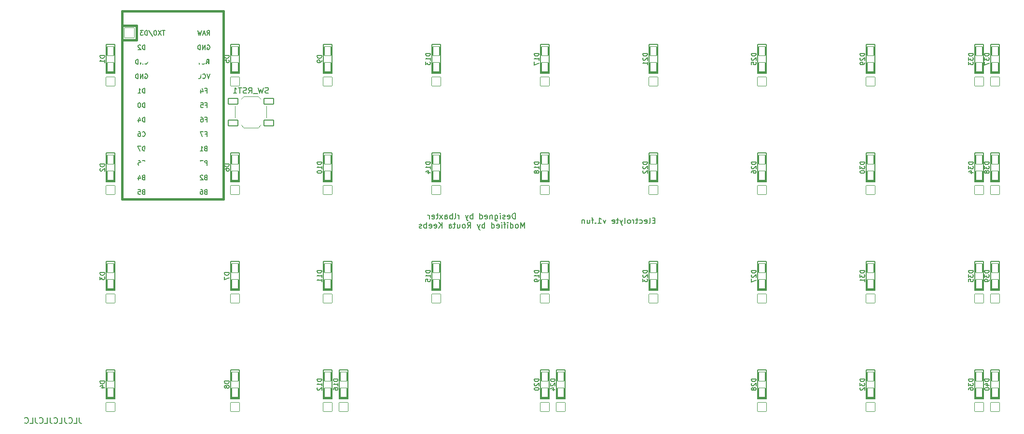
<source format=gbo>
G04 #@! TF.GenerationSoftware,KiCad,Pcbnew,(6.0.0)*
G04 #@! TF.CreationDate,2023-02-08T23:18:21+02:00*
G04 #@! TF.ProjectId,electrolyte,656c6563-7472-46f6-9c79-74652e6b6963,v1.fun*
G04 #@! TF.SameCoordinates,Original*
G04 #@! TF.FileFunction,Legend,Bot*
G04 #@! TF.FilePolarity,Positive*
%FSLAX46Y46*%
G04 Gerber Fmt 4.6, Leading zero omitted, Abs format (unit mm)*
G04 Created by KiCad (PCBNEW (6.0.0)) date 2023-02-08 23:18:21*
%MOMM*%
%LPD*%
G01*
G04 APERTURE LIST*
G04 Aperture macros list*
%AMRoundRect*
0 Rectangle with rounded corners*
0 $1 Rounding radius*
0 $2 $3 $4 $5 $6 $7 $8 $9 X,Y pos of 4 corners*
0 Add a 4 corners polygon primitive as box body*
4,1,4,$2,$3,$4,$5,$6,$7,$8,$9,$2,$3,0*
0 Add four circle primitives for the rounded corners*
1,1,$1+$1,$2,$3*
1,1,$1+$1,$4,$5*
1,1,$1+$1,$6,$7*
1,1,$1+$1,$8,$9*
0 Add four rect primitives between the rounded corners*
20,1,$1+$1,$2,$3,$4,$5,0*
20,1,$1+$1,$4,$5,$6,$7,0*
20,1,$1+$1,$6,$7,$8,$9,0*
20,1,$1+$1,$8,$9,$2,$3,0*%
G04 Aperture macros list end*
%ADD10C,0.150000*%
%ADD11C,0.381000*%
%ADD12C,0.120000*%
%ADD13R,1.752600X1.752600*%
%ADD14C,1.752600*%
%ADD15RoundRect,0.051000X-0.600000X0.800000X-0.600000X-0.800000X0.600000X-0.800000X0.600000X0.800000X0*%
%ADD16RoundRect,0.051000X-0.800000X0.800000X-0.800000X-0.800000X0.800000X-0.800000X0.800000X0.800000X0*%
%ADD17C,1.702000*%
%ADD18C,1.852000*%
%ADD19C,4.089800*%
%ADD20C,2.352000*%
%ADD21RoundRect,0.051000X-0.876300X0.876300X-0.876300X-0.876300X0.876300X-0.876300X0.876300X0.876300X0*%
%ADD22C,1.854600*%
%ADD23C,4.502000*%
%ADD24C,4.102000*%
%ADD25O,2.482000X1.852000*%
%ADD26C,3.152000*%
%ADD27C,2.302000*%
%ADD28RoundRect,0.051000X0.850000X0.500000X-0.850000X0.500000X-0.850000X-0.500000X0.850000X-0.500000X0*%
G04 APERTURE END LIST*
D10*
X28619047Y-88752380D02*
X28619047Y-89466666D01*
X28666666Y-89609523D01*
X28761904Y-89704761D01*
X28904761Y-89752380D01*
X29000000Y-89752380D01*
X27666666Y-89752380D02*
X28142857Y-89752380D01*
X28142857Y-88752380D01*
X26761904Y-89657142D02*
X26809523Y-89704761D01*
X26952380Y-89752380D01*
X27047619Y-89752380D01*
X27190476Y-89704761D01*
X27285714Y-89609523D01*
X27333333Y-89514285D01*
X27380952Y-89323809D01*
X27380952Y-89180952D01*
X27333333Y-88990476D01*
X27285714Y-88895238D01*
X27190476Y-88800000D01*
X27047619Y-88752380D01*
X26952380Y-88752380D01*
X26809523Y-88800000D01*
X26761904Y-88847619D01*
X26047619Y-88752380D02*
X26047619Y-89466666D01*
X26095238Y-89609523D01*
X26190476Y-89704761D01*
X26333333Y-89752380D01*
X26428571Y-89752380D01*
X25095238Y-89752380D02*
X25571428Y-89752380D01*
X25571428Y-88752380D01*
X24190476Y-89657142D02*
X24238095Y-89704761D01*
X24380952Y-89752380D01*
X24476190Y-89752380D01*
X24619047Y-89704761D01*
X24714285Y-89609523D01*
X24761904Y-89514285D01*
X24809523Y-89323809D01*
X24809523Y-89180952D01*
X24761904Y-88990476D01*
X24714285Y-88895238D01*
X24619047Y-88800000D01*
X24476190Y-88752380D01*
X24380952Y-88752380D01*
X24238095Y-88800000D01*
X24190476Y-88847619D01*
X23476190Y-88752380D02*
X23476190Y-89466666D01*
X23523809Y-89609523D01*
X23619047Y-89704761D01*
X23761904Y-89752380D01*
X23857142Y-89752380D01*
X22523809Y-89752380D02*
X23000000Y-89752380D01*
X23000000Y-88752380D01*
X21619047Y-89657142D02*
X21666666Y-89704761D01*
X21809523Y-89752380D01*
X21904761Y-89752380D01*
X22047619Y-89704761D01*
X22142857Y-89609523D01*
X22190476Y-89514285D01*
X22238095Y-89323809D01*
X22238095Y-89180952D01*
X22190476Y-88990476D01*
X22142857Y-88895238D01*
X22047619Y-88800000D01*
X21904761Y-88752380D01*
X21809523Y-88752380D01*
X21666666Y-88800000D01*
X21619047Y-88847619D01*
X20904761Y-88752380D02*
X20904761Y-89466666D01*
X20952380Y-89609523D01*
X21047619Y-89704761D01*
X21190476Y-89752380D01*
X21285714Y-89752380D01*
X19952380Y-89752380D02*
X20428571Y-89752380D01*
X20428571Y-88752380D01*
X19047619Y-89657142D02*
X19095238Y-89704761D01*
X19238095Y-89752380D01*
X19333333Y-89752380D01*
X19476190Y-89704761D01*
X19571428Y-89609523D01*
X19619047Y-89514285D01*
X19666666Y-89323809D01*
X19666666Y-89180952D01*
X19619047Y-88990476D01*
X19571428Y-88895238D01*
X19476190Y-88800000D01*
X19333333Y-88752380D01*
X19238095Y-88752380D01*
X19095238Y-88800000D01*
X19047619Y-88847619D01*
X129604761Y-54157571D02*
X129271428Y-54157571D01*
X129128571Y-54681380D02*
X129604761Y-54681380D01*
X129604761Y-53681380D01*
X129128571Y-53681380D01*
X128557142Y-54681380D02*
X128652380Y-54633761D01*
X128700000Y-54538523D01*
X128700000Y-53681380D01*
X127795238Y-54633761D02*
X127890476Y-54681380D01*
X128080952Y-54681380D01*
X128176190Y-54633761D01*
X128223809Y-54538523D01*
X128223809Y-54157571D01*
X128176190Y-54062333D01*
X128080952Y-54014714D01*
X127890476Y-54014714D01*
X127795238Y-54062333D01*
X127747619Y-54157571D01*
X127747619Y-54252809D01*
X128223809Y-54348047D01*
X126890476Y-54633761D02*
X126985714Y-54681380D01*
X127176190Y-54681380D01*
X127271428Y-54633761D01*
X127319047Y-54586142D01*
X127366666Y-54490904D01*
X127366666Y-54205190D01*
X127319047Y-54109952D01*
X127271428Y-54062333D01*
X127176190Y-54014714D01*
X126985714Y-54014714D01*
X126890476Y-54062333D01*
X126604761Y-54014714D02*
X126223809Y-54014714D01*
X126461904Y-53681380D02*
X126461904Y-54538523D01*
X126414285Y-54633761D01*
X126319047Y-54681380D01*
X126223809Y-54681380D01*
X125890476Y-54681380D02*
X125890476Y-54014714D01*
X125890476Y-54205190D02*
X125842857Y-54109952D01*
X125795238Y-54062333D01*
X125700000Y-54014714D01*
X125604761Y-54014714D01*
X125128571Y-54681380D02*
X125223809Y-54633761D01*
X125271428Y-54586142D01*
X125319047Y-54490904D01*
X125319047Y-54205190D01*
X125271428Y-54109952D01*
X125223809Y-54062333D01*
X125128571Y-54014714D01*
X124985714Y-54014714D01*
X124890476Y-54062333D01*
X124842857Y-54109952D01*
X124795238Y-54205190D01*
X124795238Y-54490904D01*
X124842857Y-54586142D01*
X124890476Y-54633761D01*
X124985714Y-54681380D01*
X125128571Y-54681380D01*
X124223809Y-54681380D02*
X124319047Y-54633761D01*
X124366666Y-54538523D01*
X124366666Y-53681380D01*
X123938095Y-54014714D02*
X123700000Y-54681380D01*
X123461904Y-54014714D02*
X123700000Y-54681380D01*
X123795238Y-54919476D01*
X123842857Y-54967095D01*
X123938095Y-55014714D01*
X123223809Y-54014714D02*
X122842857Y-54014714D01*
X123080952Y-53681380D02*
X123080952Y-54538523D01*
X123033333Y-54633761D01*
X122938095Y-54681380D01*
X122842857Y-54681380D01*
X122128571Y-54633761D02*
X122223809Y-54681380D01*
X122414285Y-54681380D01*
X122509523Y-54633761D01*
X122557142Y-54538523D01*
X122557142Y-54157571D01*
X122509523Y-54062333D01*
X122414285Y-54014714D01*
X122223809Y-54014714D01*
X122128571Y-54062333D01*
X122080952Y-54157571D01*
X122080952Y-54252809D01*
X122557142Y-54348047D01*
X120985714Y-54014714D02*
X120747619Y-54681380D01*
X120509523Y-54014714D01*
X119604761Y-54681380D02*
X120176190Y-54681380D01*
X119890476Y-54681380D02*
X119890476Y-53681380D01*
X119985714Y-53824238D01*
X120080952Y-53919476D01*
X120176190Y-53967095D01*
X119176190Y-54586142D02*
X119128571Y-54633761D01*
X119176190Y-54681380D01*
X119223809Y-54633761D01*
X119176190Y-54586142D01*
X119176190Y-54681380D01*
X118842857Y-54014714D02*
X118461904Y-54014714D01*
X118700000Y-54681380D02*
X118700000Y-53824238D01*
X118652380Y-53729000D01*
X118557142Y-53681380D01*
X118461904Y-53681380D01*
X117700000Y-54014714D02*
X117700000Y-54681380D01*
X118128571Y-54014714D02*
X118128571Y-54538523D01*
X118080952Y-54633761D01*
X117985714Y-54681380D01*
X117842857Y-54681380D01*
X117747619Y-54633761D01*
X117700000Y-54586142D01*
X117223809Y-54014714D02*
X117223809Y-54681380D01*
X117223809Y-54109952D02*
X117176190Y-54062333D01*
X117080952Y-54014714D01*
X116938095Y-54014714D01*
X116842857Y-54062333D01*
X116795238Y-54157571D01*
X116795238Y-54681380D01*
X105119047Y-53876380D02*
X105119047Y-52876380D01*
X104880952Y-52876380D01*
X104738095Y-52924000D01*
X104642857Y-53019238D01*
X104595238Y-53114476D01*
X104547619Y-53304952D01*
X104547619Y-53447809D01*
X104595238Y-53638285D01*
X104642857Y-53733523D01*
X104738095Y-53828761D01*
X104880952Y-53876380D01*
X105119047Y-53876380D01*
X103738095Y-53828761D02*
X103833333Y-53876380D01*
X104023809Y-53876380D01*
X104119047Y-53828761D01*
X104166666Y-53733523D01*
X104166666Y-53352571D01*
X104119047Y-53257333D01*
X104023809Y-53209714D01*
X103833333Y-53209714D01*
X103738095Y-53257333D01*
X103690476Y-53352571D01*
X103690476Y-53447809D01*
X104166666Y-53543047D01*
X103309523Y-53828761D02*
X103214285Y-53876380D01*
X103023809Y-53876380D01*
X102928571Y-53828761D01*
X102880952Y-53733523D01*
X102880952Y-53685904D01*
X102928571Y-53590666D01*
X103023809Y-53543047D01*
X103166666Y-53543047D01*
X103261904Y-53495428D01*
X103309523Y-53400190D01*
X103309523Y-53352571D01*
X103261904Y-53257333D01*
X103166666Y-53209714D01*
X103023809Y-53209714D01*
X102928571Y-53257333D01*
X102452380Y-53876380D02*
X102452380Y-53209714D01*
X102452380Y-52876380D02*
X102500000Y-52924000D01*
X102452380Y-52971619D01*
X102404761Y-52924000D01*
X102452380Y-52876380D01*
X102452380Y-52971619D01*
X101547619Y-53209714D02*
X101547619Y-54019238D01*
X101595238Y-54114476D01*
X101642857Y-54162095D01*
X101738095Y-54209714D01*
X101880952Y-54209714D01*
X101976190Y-54162095D01*
X101547619Y-53828761D02*
X101642857Y-53876380D01*
X101833333Y-53876380D01*
X101928571Y-53828761D01*
X101976190Y-53781142D01*
X102023809Y-53685904D01*
X102023809Y-53400190D01*
X101976190Y-53304952D01*
X101928571Y-53257333D01*
X101833333Y-53209714D01*
X101642857Y-53209714D01*
X101547619Y-53257333D01*
X101071428Y-53209714D02*
X101071428Y-53876380D01*
X101071428Y-53304952D02*
X101023809Y-53257333D01*
X100928571Y-53209714D01*
X100785714Y-53209714D01*
X100690476Y-53257333D01*
X100642857Y-53352571D01*
X100642857Y-53876380D01*
X99785714Y-53828761D02*
X99880952Y-53876380D01*
X100071428Y-53876380D01*
X100166666Y-53828761D01*
X100214285Y-53733523D01*
X100214285Y-53352571D01*
X100166666Y-53257333D01*
X100071428Y-53209714D01*
X99880952Y-53209714D01*
X99785714Y-53257333D01*
X99738095Y-53352571D01*
X99738095Y-53447809D01*
X100214285Y-53543047D01*
X98880952Y-53876380D02*
X98880952Y-52876380D01*
X98880952Y-53828761D02*
X98976190Y-53876380D01*
X99166666Y-53876380D01*
X99261904Y-53828761D01*
X99309523Y-53781142D01*
X99357142Y-53685904D01*
X99357142Y-53400190D01*
X99309523Y-53304952D01*
X99261904Y-53257333D01*
X99166666Y-53209714D01*
X98976190Y-53209714D01*
X98880952Y-53257333D01*
X97642857Y-53876380D02*
X97642857Y-52876380D01*
X97642857Y-53257333D02*
X97547619Y-53209714D01*
X97357142Y-53209714D01*
X97261904Y-53257333D01*
X97214285Y-53304952D01*
X97166666Y-53400190D01*
X97166666Y-53685904D01*
X97214285Y-53781142D01*
X97261904Y-53828761D01*
X97357142Y-53876380D01*
X97547619Y-53876380D01*
X97642857Y-53828761D01*
X96833333Y-53209714D02*
X96595238Y-53876380D01*
X96357142Y-53209714D02*
X96595238Y-53876380D01*
X96690476Y-54114476D01*
X96738095Y-54162095D01*
X96833333Y-54209714D01*
X95214285Y-53876380D02*
X95214285Y-53209714D01*
X95214285Y-53400190D02*
X95166666Y-53304952D01*
X95119047Y-53257333D01*
X95023809Y-53209714D01*
X94928571Y-53209714D01*
X94452380Y-53876380D02*
X94547619Y-53828761D01*
X94595238Y-53733523D01*
X94595238Y-52876380D01*
X94071428Y-53876380D02*
X94071428Y-52876380D01*
X94071428Y-53257333D02*
X93976190Y-53209714D01*
X93785714Y-53209714D01*
X93690476Y-53257333D01*
X93642857Y-53304952D01*
X93595238Y-53400190D01*
X93595238Y-53685904D01*
X93642857Y-53781142D01*
X93690476Y-53828761D01*
X93785714Y-53876380D01*
X93976190Y-53876380D01*
X94071428Y-53828761D01*
X92738095Y-53876380D02*
X92738095Y-53352571D01*
X92785714Y-53257333D01*
X92880952Y-53209714D01*
X93071428Y-53209714D01*
X93166666Y-53257333D01*
X92738095Y-53828761D02*
X92833333Y-53876380D01*
X93071428Y-53876380D01*
X93166666Y-53828761D01*
X93214285Y-53733523D01*
X93214285Y-53638285D01*
X93166666Y-53543047D01*
X93071428Y-53495428D01*
X92833333Y-53495428D01*
X92738095Y-53447809D01*
X92357142Y-53876380D02*
X91833333Y-53209714D01*
X92357142Y-53209714D02*
X91833333Y-53876380D01*
X91595238Y-53209714D02*
X91214285Y-53209714D01*
X91452380Y-52876380D02*
X91452380Y-53733523D01*
X91404761Y-53828761D01*
X91309523Y-53876380D01*
X91214285Y-53876380D01*
X90500000Y-53828761D02*
X90595238Y-53876380D01*
X90785714Y-53876380D01*
X90880952Y-53828761D01*
X90928571Y-53733523D01*
X90928571Y-53352571D01*
X90880952Y-53257333D01*
X90785714Y-53209714D01*
X90595238Y-53209714D01*
X90500000Y-53257333D01*
X90452380Y-53352571D01*
X90452380Y-53447809D01*
X90928571Y-53543047D01*
X90023809Y-53876380D02*
X90023809Y-53209714D01*
X90023809Y-53400190D02*
X89976190Y-53304952D01*
X89928571Y-53257333D01*
X89833333Y-53209714D01*
X89738095Y-53209714D01*
X106714285Y-55486380D02*
X106714285Y-54486380D01*
X106380952Y-55200666D01*
X106047619Y-54486380D01*
X106047619Y-55486380D01*
X105428571Y-55486380D02*
X105523809Y-55438761D01*
X105571428Y-55391142D01*
X105619047Y-55295904D01*
X105619047Y-55010190D01*
X105571428Y-54914952D01*
X105523809Y-54867333D01*
X105428571Y-54819714D01*
X105285714Y-54819714D01*
X105190476Y-54867333D01*
X105142857Y-54914952D01*
X105095238Y-55010190D01*
X105095238Y-55295904D01*
X105142857Y-55391142D01*
X105190476Y-55438761D01*
X105285714Y-55486380D01*
X105428571Y-55486380D01*
X104238095Y-55486380D02*
X104238095Y-54486380D01*
X104238095Y-55438761D02*
X104333333Y-55486380D01*
X104523809Y-55486380D01*
X104619047Y-55438761D01*
X104666666Y-55391142D01*
X104714285Y-55295904D01*
X104714285Y-55010190D01*
X104666666Y-54914952D01*
X104619047Y-54867333D01*
X104523809Y-54819714D01*
X104333333Y-54819714D01*
X104238095Y-54867333D01*
X103761904Y-55486380D02*
X103761904Y-54819714D01*
X103761904Y-54486380D02*
X103809523Y-54534000D01*
X103761904Y-54581619D01*
X103714285Y-54534000D01*
X103761904Y-54486380D01*
X103761904Y-54581619D01*
X103428571Y-54819714D02*
X103047619Y-54819714D01*
X103285714Y-55486380D02*
X103285714Y-54629238D01*
X103238095Y-54534000D01*
X103142857Y-54486380D01*
X103047619Y-54486380D01*
X102714285Y-55486380D02*
X102714285Y-54819714D01*
X102714285Y-54486380D02*
X102761904Y-54534000D01*
X102714285Y-54581619D01*
X102666666Y-54534000D01*
X102714285Y-54486380D01*
X102714285Y-54581619D01*
X101857142Y-55438761D02*
X101952380Y-55486380D01*
X102142857Y-55486380D01*
X102238095Y-55438761D01*
X102285714Y-55343523D01*
X102285714Y-54962571D01*
X102238095Y-54867333D01*
X102142857Y-54819714D01*
X101952380Y-54819714D01*
X101857142Y-54867333D01*
X101809523Y-54962571D01*
X101809523Y-55057809D01*
X102285714Y-55153047D01*
X100952380Y-55486380D02*
X100952380Y-54486380D01*
X100952380Y-55438761D02*
X101047619Y-55486380D01*
X101238095Y-55486380D01*
X101333333Y-55438761D01*
X101380952Y-55391142D01*
X101428571Y-55295904D01*
X101428571Y-55010190D01*
X101380952Y-54914952D01*
X101333333Y-54867333D01*
X101238095Y-54819714D01*
X101047619Y-54819714D01*
X100952380Y-54867333D01*
X99714285Y-55486380D02*
X99714285Y-54486380D01*
X99714285Y-54867333D02*
X99619047Y-54819714D01*
X99428571Y-54819714D01*
X99333333Y-54867333D01*
X99285714Y-54914952D01*
X99238095Y-55010190D01*
X99238095Y-55295904D01*
X99285714Y-55391142D01*
X99333333Y-55438761D01*
X99428571Y-55486380D01*
X99619047Y-55486380D01*
X99714285Y-55438761D01*
X98904761Y-54819714D02*
X98666666Y-55486380D01*
X98428571Y-54819714D02*
X98666666Y-55486380D01*
X98761904Y-55724476D01*
X98809523Y-55772095D01*
X98904761Y-55819714D01*
X96714285Y-55486380D02*
X97047619Y-55010190D01*
X97285714Y-55486380D02*
X97285714Y-54486380D01*
X96904761Y-54486380D01*
X96809523Y-54534000D01*
X96761904Y-54581619D01*
X96714285Y-54676857D01*
X96714285Y-54819714D01*
X96761904Y-54914952D01*
X96809523Y-54962571D01*
X96904761Y-55010190D01*
X97285714Y-55010190D01*
X96142857Y-55486380D02*
X96238095Y-55438761D01*
X96285714Y-55391142D01*
X96333333Y-55295904D01*
X96333333Y-55010190D01*
X96285714Y-54914952D01*
X96238095Y-54867333D01*
X96142857Y-54819714D01*
X96000000Y-54819714D01*
X95904761Y-54867333D01*
X95857142Y-54914952D01*
X95809523Y-55010190D01*
X95809523Y-55295904D01*
X95857142Y-55391142D01*
X95904761Y-55438761D01*
X96000000Y-55486380D01*
X96142857Y-55486380D01*
X94952380Y-54819714D02*
X94952380Y-55486380D01*
X95380952Y-54819714D02*
X95380952Y-55343523D01*
X95333333Y-55438761D01*
X95238095Y-55486380D01*
X95095238Y-55486380D01*
X95000000Y-55438761D01*
X94952380Y-55391142D01*
X94619047Y-54819714D02*
X94238095Y-54819714D01*
X94476190Y-54486380D02*
X94476190Y-55343523D01*
X94428571Y-55438761D01*
X94333333Y-55486380D01*
X94238095Y-55486380D01*
X93476190Y-55486380D02*
X93476190Y-54962571D01*
X93523809Y-54867333D01*
X93619047Y-54819714D01*
X93809523Y-54819714D01*
X93904761Y-54867333D01*
X93476190Y-55438761D02*
X93571428Y-55486380D01*
X93809523Y-55486380D01*
X93904761Y-55438761D01*
X93952380Y-55343523D01*
X93952380Y-55248285D01*
X93904761Y-55153047D01*
X93809523Y-55105428D01*
X93571428Y-55105428D01*
X93476190Y-55057809D01*
X92238095Y-55486380D02*
X92238095Y-54486380D01*
X91666666Y-55486380D02*
X92095238Y-54914952D01*
X91666666Y-54486380D02*
X92238095Y-55057809D01*
X90857142Y-55438761D02*
X90952380Y-55486380D01*
X91142857Y-55486380D01*
X91238095Y-55438761D01*
X91285714Y-55343523D01*
X91285714Y-54962571D01*
X91238095Y-54867333D01*
X91142857Y-54819714D01*
X90952380Y-54819714D01*
X90857142Y-54867333D01*
X90809523Y-54962571D01*
X90809523Y-55057809D01*
X91285714Y-55153047D01*
X90000000Y-55438761D02*
X90095238Y-55486380D01*
X90285714Y-55486380D01*
X90380952Y-55438761D01*
X90428571Y-55343523D01*
X90428571Y-54962571D01*
X90380952Y-54867333D01*
X90285714Y-54819714D01*
X90095238Y-54819714D01*
X90000000Y-54867333D01*
X89952380Y-54962571D01*
X89952380Y-55057809D01*
X90428571Y-55153047D01*
X89523809Y-55486380D02*
X89523809Y-54486380D01*
X89523809Y-54867333D02*
X89428571Y-54819714D01*
X89238095Y-54819714D01*
X89142857Y-54867333D01*
X89095238Y-54914952D01*
X89047619Y-55010190D01*
X89047619Y-55295904D01*
X89095238Y-55391142D01*
X89142857Y-55438761D01*
X89238095Y-55486380D01*
X89428571Y-55486380D01*
X89523809Y-55438761D01*
X88666666Y-55438761D02*
X88571428Y-55486380D01*
X88380952Y-55486380D01*
X88285714Y-55438761D01*
X88238095Y-55343523D01*
X88238095Y-55295904D01*
X88285714Y-55200666D01*
X88380952Y-55153047D01*
X88523809Y-55153047D01*
X88619047Y-55105428D01*
X88666666Y-55010190D01*
X88666666Y-54962571D01*
X88619047Y-54867333D01*
X88523809Y-54819714D01*
X88380952Y-54819714D01*
X88285714Y-54867333D01*
X33029654Y-25196873D02*
X32229654Y-25196873D01*
X32229654Y-25387350D01*
X32267750Y-25501635D01*
X32343940Y-25577826D01*
X32420130Y-25615921D01*
X32572511Y-25654016D01*
X32686797Y-25654016D01*
X32839178Y-25615921D01*
X32915369Y-25577826D01*
X32991559Y-25501635D01*
X33029654Y-25387350D01*
X33029654Y-25196873D01*
X33029654Y-26415921D02*
X33029654Y-25958778D01*
X33029654Y-26187350D02*
X32229654Y-26187350D01*
X32343940Y-26111159D01*
X32420130Y-26034969D01*
X32458226Y-25958778D01*
X33029654Y-44246873D02*
X32229654Y-44246873D01*
X32229654Y-44437350D01*
X32267750Y-44551635D01*
X32343940Y-44627826D01*
X32420130Y-44665921D01*
X32572511Y-44704016D01*
X32686797Y-44704016D01*
X32839178Y-44665921D01*
X32915369Y-44627826D01*
X32991559Y-44551635D01*
X33029654Y-44437350D01*
X33029654Y-44246873D01*
X32305845Y-45008778D02*
X32267750Y-45046873D01*
X32229654Y-45123064D01*
X32229654Y-45313540D01*
X32267750Y-45389730D01*
X32305845Y-45427826D01*
X32382035Y-45465921D01*
X32458226Y-45465921D01*
X32572511Y-45427826D01*
X33029654Y-44970683D01*
X33029654Y-45465921D01*
X33029654Y-63296873D02*
X32229654Y-63296873D01*
X32229654Y-63487350D01*
X32267750Y-63601635D01*
X32343940Y-63677826D01*
X32420130Y-63715921D01*
X32572511Y-63754016D01*
X32686797Y-63754016D01*
X32839178Y-63715921D01*
X32915369Y-63677826D01*
X32991559Y-63601635D01*
X33029654Y-63487350D01*
X33029654Y-63296873D01*
X32229654Y-64020683D02*
X32229654Y-64515921D01*
X32534416Y-64249254D01*
X32534416Y-64363540D01*
X32572511Y-64439730D01*
X32610607Y-64477826D01*
X32686797Y-64515921D01*
X32877273Y-64515921D01*
X32953464Y-64477826D01*
X32991559Y-64439730D01*
X33029654Y-64363540D01*
X33029654Y-64134969D01*
X32991559Y-64058778D01*
X32953464Y-64020683D01*
X33029654Y-82346873D02*
X32229654Y-82346873D01*
X32229654Y-82537350D01*
X32267750Y-82651635D01*
X32343940Y-82727826D01*
X32420130Y-82765921D01*
X32572511Y-82804016D01*
X32686797Y-82804016D01*
X32839178Y-82765921D01*
X32915369Y-82727826D01*
X32991559Y-82651635D01*
X33029654Y-82537350D01*
X33029654Y-82346873D01*
X32496321Y-83489730D02*
X33029654Y-83489730D01*
X32191559Y-83299254D02*
X32762988Y-83108778D01*
X32762988Y-83604016D01*
X54873654Y-25196873D02*
X54073654Y-25196873D01*
X54073654Y-25387350D01*
X54111750Y-25501635D01*
X54187940Y-25577826D01*
X54264130Y-25615921D01*
X54416511Y-25654016D01*
X54530797Y-25654016D01*
X54683178Y-25615921D01*
X54759369Y-25577826D01*
X54835559Y-25501635D01*
X54873654Y-25387350D01*
X54873654Y-25196873D01*
X54073654Y-26377826D02*
X54073654Y-25996873D01*
X54454607Y-25958778D01*
X54416511Y-25996873D01*
X54378416Y-26073064D01*
X54378416Y-26263540D01*
X54416511Y-26339730D01*
X54454607Y-26377826D01*
X54530797Y-26415921D01*
X54721273Y-26415921D01*
X54797464Y-26377826D01*
X54835559Y-26339730D01*
X54873654Y-26263540D01*
X54873654Y-26073064D01*
X54835559Y-25996873D01*
X54797464Y-25958778D01*
X54873654Y-44246873D02*
X54073654Y-44246873D01*
X54073654Y-44437350D01*
X54111750Y-44551635D01*
X54187940Y-44627826D01*
X54264130Y-44665921D01*
X54416511Y-44704016D01*
X54530797Y-44704016D01*
X54683178Y-44665921D01*
X54759369Y-44627826D01*
X54835559Y-44551635D01*
X54873654Y-44437350D01*
X54873654Y-44246873D01*
X54073654Y-45389730D02*
X54073654Y-45237350D01*
X54111750Y-45161159D01*
X54149845Y-45123064D01*
X54264130Y-45046873D01*
X54416511Y-45008778D01*
X54721273Y-45008778D01*
X54797464Y-45046873D01*
X54835559Y-45084969D01*
X54873654Y-45161159D01*
X54873654Y-45313540D01*
X54835559Y-45389730D01*
X54797464Y-45427826D01*
X54721273Y-45465921D01*
X54530797Y-45465921D01*
X54454607Y-45427826D01*
X54416511Y-45389730D01*
X54378416Y-45313540D01*
X54378416Y-45161159D01*
X54416511Y-45084969D01*
X54454607Y-45046873D01*
X54530797Y-45008778D01*
X54873654Y-63296873D02*
X54073654Y-63296873D01*
X54073654Y-63487350D01*
X54111750Y-63601635D01*
X54187940Y-63677826D01*
X54264130Y-63715921D01*
X54416511Y-63754016D01*
X54530797Y-63754016D01*
X54683178Y-63715921D01*
X54759369Y-63677826D01*
X54835559Y-63601635D01*
X54873654Y-63487350D01*
X54873654Y-63296873D01*
X54073654Y-64020683D02*
X54073654Y-64554016D01*
X54873654Y-64211159D01*
X54873654Y-82346873D02*
X54073654Y-82346873D01*
X54073654Y-82537350D01*
X54111750Y-82651635D01*
X54187940Y-82727826D01*
X54264130Y-82765921D01*
X54416511Y-82804016D01*
X54530797Y-82804016D01*
X54683178Y-82765921D01*
X54759369Y-82727826D01*
X54835559Y-82651635D01*
X54873654Y-82537350D01*
X54873654Y-82346873D01*
X54416511Y-83261159D02*
X54378416Y-83184969D01*
X54340321Y-83146873D01*
X54264130Y-83108778D01*
X54226035Y-83108778D01*
X54149845Y-83146873D01*
X54111750Y-83184969D01*
X54073654Y-83261159D01*
X54073654Y-83413540D01*
X54111750Y-83489730D01*
X54149845Y-83527826D01*
X54226035Y-83565921D01*
X54264130Y-83565921D01*
X54340321Y-83527826D01*
X54378416Y-83489730D01*
X54416511Y-83413540D01*
X54416511Y-83261159D01*
X54454607Y-83184969D01*
X54492702Y-83146873D01*
X54568892Y-83108778D01*
X54721273Y-83108778D01*
X54797464Y-83146873D01*
X54835559Y-83184969D01*
X54873654Y-83261159D01*
X54873654Y-83413540D01*
X54835559Y-83489730D01*
X54797464Y-83527826D01*
X54721273Y-83565921D01*
X54568892Y-83565921D01*
X54492702Y-83527826D01*
X54454607Y-83489730D01*
X54416511Y-83413540D01*
X71129654Y-25196873D02*
X70329654Y-25196873D01*
X70329654Y-25387350D01*
X70367750Y-25501635D01*
X70443940Y-25577826D01*
X70520130Y-25615921D01*
X70672511Y-25654016D01*
X70786797Y-25654016D01*
X70939178Y-25615921D01*
X71015369Y-25577826D01*
X71091559Y-25501635D01*
X71129654Y-25387350D01*
X71129654Y-25196873D01*
X71129654Y-26034969D02*
X71129654Y-26187350D01*
X71091559Y-26263540D01*
X71053464Y-26301635D01*
X70939178Y-26377826D01*
X70786797Y-26415921D01*
X70482035Y-26415921D01*
X70405845Y-26377826D01*
X70367750Y-26339730D01*
X70329654Y-26263540D01*
X70329654Y-26111159D01*
X70367750Y-26034969D01*
X70405845Y-25996873D01*
X70482035Y-25958778D01*
X70672511Y-25958778D01*
X70748702Y-25996873D01*
X70786797Y-26034969D01*
X70824892Y-26111159D01*
X70824892Y-26263540D01*
X70786797Y-26339730D01*
X70748702Y-26377826D01*
X70672511Y-26415921D01*
X71129654Y-43865921D02*
X70329654Y-43865921D01*
X70329654Y-44056397D01*
X70367750Y-44170683D01*
X70443940Y-44246873D01*
X70520130Y-44284969D01*
X70672511Y-44323064D01*
X70786797Y-44323064D01*
X70939178Y-44284969D01*
X71015369Y-44246873D01*
X71091559Y-44170683D01*
X71129654Y-44056397D01*
X71129654Y-43865921D01*
X71129654Y-45084969D02*
X71129654Y-44627826D01*
X71129654Y-44856397D02*
X70329654Y-44856397D01*
X70443940Y-44780207D01*
X70520130Y-44704016D01*
X70558226Y-44627826D01*
X70329654Y-45580207D02*
X70329654Y-45656397D01*
X70367750Y-45732588D01*
X70405845Y-45770683D01*
X70482035Y-45808778D01*
X70634416Y-45846873D01*
X70824892Y-45846873D01*
X70977273Y-45808778D01*
X71053464Y-45770683D01*
X71091559Y-45732588D01*
X71129654Y-45656397D01*
X71129654Y-45580207D01*
X71091559Y-45504016D01*
X71053464Y-45465921D01*
X70977273Y-45427826D01*
X70824892Y-45389730D01*
X70634416Y-45389730D01*
X70482035Y-45427826D01*
X70405845Y-45465921D01*
X70367750Y-45504016D01*
X70329654Y-45580207D01*
X71129654Y-62915921D02*
X70329654Y-62915921D01*
X70329654Y-63106397D01*
X70367750Y-63220683D01*
X70443940Y-63296873D01*
X70520130Y-63334969D01*
X70672511Y-63373064D01*
X70786797Y-63373064D01*
X70939178Y-63334969D01*
X71015369Y-63296873D01*
X71091559Y-63220683D01*
X71129654Y-63106397D01*
X71129654Y-62915921D01*
X71129654Y-64134969D02*
X71129654Y-63677826D01*
X71129654Y-63906397D02*
X70329654Y-63906397D01*
X70443940Y-63830207D01*
X70520130Y-63754016D01*
X70558226Y-63677826D01*
X71129654Y-64896873D02*
X71129654Y-64439730D01*
X71129654Y-64668302D02*
X70329654Y-64668302D01*
X70443940Y-64592111D01*
X70520130Y-64515921D01*
X70558226Y-64439730D01*
X71129654Y-81965921D02*
X70329654Y-81965921D01*
X70329654Y-82156397D01*
X70367750Y-82270683D01*
X70443940Y-82346873D01*
X70520130Y-82384969D01*
X70672511Y-82423064D01*
X70786797Y-82423064D01*
X70939178Y-82384969D01*
X71015369Y-82346873D01*
X71091559Y-82270683D01*
X71129654Y-82156397D01*
X71129654Y-81965921D01*
X71129654Y-83184969D02*
X71129654Y-82727826D01*
X71129654Y-82956397D02*
X70329654Y-82956397D01*
X70443940Y-82880207D01*
X70520130Y-82804016D01*
X70558226Y-82727826D01*
X70405845Y-83489730D02*
X70367750Y-83527826D01*
X70329654Y-83604016D01*
X70329654Y-83794492D01*
X70367750Y-83870683D01*
X70405845Y-83908778D01*
X70482035Y-83946873D01*
X70558226Y-83946873D01*
X70672511Y-83908778D01*
X71129654Y-83451635D01*
X71129654Y-83946873D01*
X90179654Y-24815921D02*
X89379654Y-24815921D01*
X89379654Y-25006397D01*
X89417750Y-25120683D01*
X89493940Y-25196873D01*
X89570130Y-25234969D01*
X89722511Y-25273064D01*
X89836797Y-25273064D01*
X89989178Y-25234969D01*
X90065369Y-25196873D01*
X90141559Y-25120683D01*
X90179654Y-25006397D01*
X90179654Y-24815921D01*
X90179654Y-26034969D02*
X90179654Y-25577826D01*
X90179654Y-25806397D02*
X89379654Y-25806397D01*
X89493940Y-25730207D01*
X89570130Y-25654016D01*
X89608226Y-25577826D01*
X89379654Y-26301635D02*
X89379654Y-26796873D01*
X89684416Y-26530207D01*
X89684416Y-26644492D01*
X89722511Y-26720683D01*
X89760607Y-26758778D01*
X89836797Y-26796873D01*
X90027273Y-26796873D01*
X90103464Y-26758778D01*
X90141559Y-26720683D01*
X90179654Y-26644492D01*
X90179654Y-26415921D01*
X90141559Y-26339730D01*
X90103464Y-26301635D01*
X90179654Y-43865921D02*
X89379654Y-43865921D01*
X89379654Y-44056397D01*
X89417750Y-44170683D01*
X89493940Y-44246873D01*
X89570130Y-44284969D01*
X89722511Y-44323064D01*
X89836797Y-44323064D01*
X89989178Y-44284969D01*
X90065369Y-44246873D01*
X90141559Y-44170683D01*
X90179654Y-44056397D01*
X90179654Y-43865921D01*
X90179654Y-45084969D02*
X90179654Y-44627826D01*
X90179654Y-44856397D02*
X89379654Y-44856397D01*
X89493940Y-44780207D01*
X89570130Y-44704016D01*
X89608226Y-44627826D01*
X89646321Y-45770683D02*
X90179654Y-45770683D01*
X89341559Y-45580207D02*
X89912988Y-45389730D01*
X89912988Y-45884969D01*
X90179654Y-62915921D02*
X89379654Y-62915921D01*
X89379654Y-63106397D01*
X89417750Y-63220683D01*
X89493940Y-63296873D01*
X89570130Y-63334969D01*
X89722511Y-63373064D01*
X89836797Y-63373064D01*
X89989178Y-63334969D01*
X90065369Y-63296873D01*
X90141559Y-63220683D01*
X90179654Y-63106397D01*
X90179654Y-62915921D01*
X90179654Y-64134969D02*
X90179654Y-63677826D01*
X90179654Y-63906397D02*
X89379654Y-63906397D01*
X89493940Y-63830207D01*
X89570130Y-63754016D01*
X89608226Y-63677826D01*
X89379654Y-64858778D02*
X89379654Y-64477826D01*
X89760607Y-64439730D01*
X89722511Y-64477826D01*
X89684416Y-64554016D01*
X89684416Y-64744492D01*
X89722511Y-64820683D01*
X89760607Y-64858778D01*
X89836797Y-64896873D01*
X90027273Y-64896873D01*
X90103464Y-64858778D01*
X90141559Y-64820683D01*
X90179654Y-64744492D01*
X90179654Y-64554016D01*
X90141559Y-64477826D01*
X90103464Y-64439730D01*
X73961904Y-81965921D02*
X73161904Y-81965921D01*
X73161904Y-82156397D01*
X73200000Y-82270683D01*
X73276190Y-82346873D01*
X73352380Y-82384969D01*
X73504761Y-82423064D01*
X73619047Y-82423064D01*
X73771428Y-82384969D01*
X73847619Y-82346873D01*
X73923809Y-82270683D01*
X73961904Y-82156397D01*
X73961904Y-81965921D01*
X73961904Y-83184969D02*
X73961904Y-82727826D01*
X73961904Y-82956397D02*
X73161904Y-82956397D01*
X73276190Y-82880207D01*
X73352380Y-82804016D01*
X73390476Y-82727826D01*
X73161904Y-83870683D02*
X73161904Y-83718302D01*
X73200000Y-83642111D01*
X73238095Y-83604016D01*
X73352380Y-83527826D01*
X73504761Y-83489730D01*
X73809523Y-83489730D01*
X73885714Y-83527826D01*
X73923809Y-83565921D01*
X73961904Y-83642111D01*
X73961904Y-83794492D01*
X73923809Y-83870683D01*
X73885714Y-83908778D01*
X73809523Y-83946873D01*
X73619047Y-83946873D01*
X73542857Y-83908778D01*
X73504761Y-83870683D01*
X73466666Y-83794492D01*
X73466666Y-83642111D01*
X73504761Y-83565921D01*
X73542857Y-83527826D01*
X73619047Y-83489730D01*
X109229654Y-24815921D02*
X108429654Y-24815921D01*
X108429654Y-25006397D01*
X108467750Y-25120683D01*
X108543940Y-25196873D01*
X108620130Y-25234969D01*
X108772511Y-25273064D01*
X108886797Y-25273064D01*
X109039178Y-25234969D01*
X109115369Y-25196873D01*
X109191559Y-25120683D01*
X109229654Y-25006397D01*
X109229654Y-24815921D01*
X109229654Y-26034969D02*
X109229654Y-25577826D01*
X109229654Y-25806397D02*
X108429654Y-25806397D01*
X108543940Y-25730207D01*
X108620130Y-25654016D01*
X108658226Y-25577826D01*
X108429654Y-26301635D02*
X108429654Y-26834969D01*
X109229654Y-26492111D01*
X109229654Y-43865921D02*
X108429654Y-43865921D01*
X108429654Y-44056397D01*
X108467750Y-44170683D01*
X108543940Y-44246873D01*
X108620130Y-44284969D01*
X108772511Y-44323064D01*
X108886797Y-44323064D01*
X109039178Y-44284969D01*
X109115369Y-44246873D01*
X109191559Y-44170683D01*
X109229654Y-44056397D01*
X109229654Y-43865921D01*
X109229654Y-45084969D02*
X109229654Y-44627826D01*
X109229654Y-44856397D02*
X108429654Y-44856397D01*
X108543940Y-44780207D01*
X108620130Y-44704016D01*
X108658226Y-44627826D01*
X108772511Y-45542111D02*
X108734416Y-45465921D01*
X108696321Y-45427826D01*
X108620130Y-45389730D01*
X108582035Y-45389730D01*
X108505845Y-45427826D01*
X108467750Y-45465921D01*
X108429654Y-45542111D01*
X108429654Y-45694492D01*
X108467750Y-45770683D01*
X108505845Y-45808778D01*
X108582035Y-45846873D01*
X108620130Y-45846873D01*
X108696321Y-45808778D01*
X108734416Y-45770683D01*
X108772511Y-45694492D01*
X108772511Y-45542111D01*
X108810607Y-45465921D01*
X108848702Y-45427826D01*
X108924892Y-45389730D01*
X109077273Y-45389730D01*
X109153464Y-45427826D01*
X109191559Y-45465921D01*
X109229654Y-45542111D01*
X109229654Y-45694492D01*
X109191559Y-45770683D01*
X109153464Y-45808778D01*
X109077273Y-45846873D01*
X108924892Y-45846873D01*
X108848702Y-45808778D01*
X108810607Y-45770683D01*
X108772511Y-45694492D01*
X109229654Y-62915921D02*
X108429654Y-62915921D01*
X108429654Y-63106397D01*
X108467750Y-63220683D01*
X108543940Y-63296873D01*
X108620130Y-63334969D01*
X108772511Y-63373064D01*
X108886797Y-63373064D01*
X109039178Y-63334969D01*
X109115369Y-63296873D01*
X109191559Y-63220683D01*
X109229654Y-63106397D01*
X109229654Y-62915921D01*
X109229654Y-64134969D02*
X109229654Y-63677826D01*
X109229654Y-63906397D02*
X108429654Y-63906397D01*
X108543940Y-63830207D01*
X108620130Y-63754016D01*
X108658226Y-63677826D01*
X109229654Y-64515921D02*
X109229654Y-64668302D01*
X109191559Y-64744492D01*
X109153464Y-64782588D01*
X109039178Y-64858778D01*
X108886797Y-64896873D01*
X108582035Y-64896873D01*
X108505845Y-64858778D01*
X108467750Y-64820683D01*
X108429654Y-64744492D01*
X108429654Y-64592111D01*
X108467750Y-64515921D01*
X108505845Y-64477826D01*
X108582035Y-64439730D01*
X108772511Y-64439730D01*
X108848702Y-64477826D01*
X108886797Y-64515921D01*
X108924892Y-64592111D01*
X108924892Y-64744492D01*
X108886797Y-64820683D01*
X108848702Y-64858778D01*
X108772511Y-64896873D01*
X109229654Y-81965921D02*
X108429654Y-81965921D01*
X108429654Y-82156397D01*
X108467750Y-82270683D01*
X108543940Y-82346873D01*
X108620130Y-82384969D01*
X108772511Y-82423064D01*
X108886797Y-82423064D01*
X109039178Y-82384969D01*
X109115369Y-82346873D01*
X109191559Y-82270683D01*
X109229654Y-82156397D01*
X109229654Y-81965921D01*
X108505845Y-82727826D02*
X108467750Y-82765921D01*
X108429654Y-82842111D01*
X108429654Y-83032588D01*
X108467750Y-83108778D01*
X108505845Y-83146873D01*
X108582035Y-83184969D01*
X108658226Y-83184969D01*
X108772511Y-83146873D01*
X109229654Y-82689730D01*
X109229654Y-83184969D01*
X108429654Y-83680207D02*
X108429654Y-83756397D01*
X108467750Y-83832588D01*
X108505845Y-83870683D01*
X108582035Y-83908778D01*
X108734416Y-83946873D01*
X108924892Y-83946873D01*
X109077273Y-83908778D01*
X109153464Y-83870683D01*
X109191559Y-83832588D01*
X109229654Y-83756397D01*
X109229654Y-83680207D01*
X109191559Y-83604016D01*
X109153464Y-83565921D01*
X109077273Y-83527826D01*
X108924892Y-83489730D01*
X108734416Y-83489730D01*
X108582035Y-83527826D01*
X108505845Y-83565921D01*
X108467750Y-83604016D01*
X108429654Y-83680207D01*
X128279654Y-24815921D02*
X127479654Y-24815921D01*
X127479654Y-25006397D01*
X127517750Y-25120683D01*
X127593940Y-25196873D01*
X127670130Y-25234969D01*
X127822511Y-25273064D01*
X127936797Y-25273064D01*
X128089178Y-25234969D01*
X128165369Y-25196873D01*
X128241559Y-25120683D01*
X128279654Y-25006397D01*
X128279654Y-24815921D01*
X127555845Y-25577826D02*
X127517750Y-25615921D01*
X127479654Y-25692111D01*
X127479654Y-25882588D01*
X127517750Y-25958778D01*
X127555845Y-25996873D01*
X127632035Y-26034969D01*
X127708226Y-26034969D01*
X127822511Y-25996873D01*
X128279654Y-25539730D01*
X128279654Y-26034969D01*
X128279654Y-26796873D02*
X128279654Y-26339730D01*
X128279654Y-26568302D02*
X127479654Y-26568302D01*
X127593940Y-26492111D01*
X127670130Y-26415921D01*
X127708226Y-26339730D01*
X128279654Y-43865921D02*
X127479654Y-43865921D01*
X127479654Y-44056397D01*
X127517750Y-44170683D01*
X127593940Y-44246873D01*
X127670130Y-44284969D01*
X127822511Y-44323064D01*
X127936797Y-44323064D01*
X128089178Y-44284969D01*
X128165369Y-44246873D01*
X128241559Y-44170683D01*
X128279654Y-44056397D01*
X128279654Y-43865921D01*
X127555845Y-44627826D02*
X127517750Y-44665921D01*
X127479654Y-44742111D01*
X127479654Y-44932588D01*
X127517750Y-45008778D01*
X127555845Y-45046873D01*
X127632035Y-45084969D01*
X127708226Y-45084969D01*
X127822511Y-45046873D01*
X128279654Y-44589730D01*
X128279654Y-45084969D01*
X127555845Y-45389730D02*
X127517750Y-45427826D01*
X127479654Y-45504016D01*
X127479654Y-45694492D01*
X127517750Y-45770683D01*
X127555845Y-45808778D01*
X127632035Y-45846873D01*
X127708226Y-45846873D01*
X127822511Y-45808778D01*
X128279654Y-45351635D01*
X128279654Y-45846873D01*
X128279654Y-62915921D02*
X127479654Y-62915921D01*
X127479654Y-63106397D01*
X127517750Y-63220683D01*
X127593940Y-63296873D01*
X127670130Y-63334969D01*
X127822511Y-63373064D01*
X127936797Y-63373064D01*
X128089178Y-63334969D01*
X128165369Y-63296873D01*
X128241559Y-63220683D01*
X128279654Y-63106397D01*
X128279654Y-62915921D01*
X127555845Y-63677826D02*
X127517750Y-63715921D01*
X127479654Y-63792111D01*
X127479654Y-63982588D01*
X127517750Y-64058778D01*
X127555845Y-64096873D01*
X127632035Y-64134969D01*
X127708226Y-64134969D01*
X127822511Y-64096873D01*
X128279654Y-63639730D01*
X128279654Y-64134969D01*
X127479654Y-64401635D02*
X127479654Y-64896873D01*
X127784416Y-64630207D01*
X127784416Y-64744492D01*
X127822511Y-64820683D01*
X127860607Y-64858778D01*
X127936797Y-64896873D01*
X128127273Y-64896873D01*
X128203464Y-64858778D01*
X128241559Y-64820683D01*
X128279654Y-64744492D01*
X128279654Y-64515921D01*
X128241559Y-64439730D01*
X128203464Y-64401635D01*
X112061904Y-81965921D02*
X111261904Y-81965921D01*
X111261904Y-82156397D01*
X111300000Y-82270683D01*
X111376190Y-82346873D01*
X111452380Y-82384969D01*
X111604761Y-82423064D01*
X111719047Y-82423064D01*
X111871428Y-82384969D01*
X111947619Y-82346873D01*
X112023809Y-82270683D01*
X112061904Y-82156397D01*
X112061904Y-81965921D01*
X111338095Y-82727826D02*
X111300000Y-82765921D01*
X111261904Y-82842111D01*
X111261904Y-83032588D01*
X111300000Y-83108778D01*
X111338095Y-83146873D01*
X111414285Y-83184969D01*
X111490476Y-83184969D01*
X111604761Y-83146873D01*
X112061904Y-82689730D01*
X112061904Y-83184969D01*
X111528571Y-83870683D02*
X112061904Y-83870683D01*
X111223809Y-83680207D02*
X111795238Y-83489730D01*
X111795238Y-83984969D01*
X147329654Y-24815921D02*
X146529654Y-24815921D01*
X146529654Y-25006397D01*
X146567750Y-25120683D01*
X146643940Y-25196873D01*
X146720130Y-25234969D01*
X146872511Y-25273064D01*
X146986797Y-25273064D01*
X147139178Y-25234969D01*
X147215369Y-25196873D01*
X147291559Y-25120683D01*
X147329654Y-25006397D01*
X147329654Y-24815921D01*
X146605845Y-25577826D02*
X146567750Y-25615921D01*
X146529654Y-25692111D01*
X146529654Y-25882588D01*
X146567750Y-25958778D01*
X146605845Y-25996873D01*
X146682035Y-26034969D01*
X146758226Y-26034969D01*
X146872511Y-25996873D01*
X147329654Y-25539730D01*
X147329654Y-26034969D01*
X146529654Y-26758778D02*
X146529654Y-26377826D01*
X146910607Y-26339730D01*
X146872511Y-26377826D01*
X146834416Y-26454016D01*
X146834416Y-26644492D01*
X146872511Y-26720683D01*
X146910607Y-26758778D01*
X146986797Y-26796873D01*
X147177273Y-26796873D01*
X147253464Y-26758778D01*
X147291559Y-26720683D01*
X147329654Y-26644492D01*
X147329654Y-26454016D01*
X147291559Y-26377826D01*
X147253464Y-26339730D01*
X147329654Y-43865921D02*
X146529654Y-43865921D01*
X146529654Y-44056397D01*
X146567750Y-44170683D01*
X146643940Y-44246873D01*
X146720130Y-44284969D01*
X146872511Y-44323064D01*
X146986797Y-44323064D01*
X147139178Y-44284969D01*
X147215369Y-44246873D01*
X147291559Y-44170683D01*
X147329654Y-44056397D01*
X147329654Y-43865921D01*
X146605845Y-44627826D02*
X146567750Y-44665921D01*
X146529654Y-44742111D01*
X146529654Y-44932588D01*
X146567750Y-45008778D01*
X146605845Y-45046873D01*
X146682035Y-45084969D01*
X146758226Y-45084969D01*
X146872511Y-45046873D01*
X147329654Y-44589730D01*
X147329654Y-45084969D01*
X146529654Y-45770683D02*
X146529654Y-45618302D01*
X146567750Y-45542111D01*
X146605845Y-45504016D01*
X146720130Y-45427826D01*
X146872511Y-45389730D01*
X147177273Y-45389730D01*
X147253464Y-45427826D01*
X147291559Y-45465921D01*
X147329654Y-45542111D01*
X147329654Y-45694492D01*
X147291559Y-45770683D01*
X147253464Y-45808778D01*
X147177273Y-45846873D01*
X146986797Y-45846873D01*
X146910607Y-45808778D01*
X146872511Y-45770683D01*
X146834416Y-45694492D01*
X146834416Y-45542111D01*
X146872511Y-45465921D01*
X146910607Y-45427826D01*
X146986797Y-45389730D01*
X147329654Y-62915921D02*
X146529654Y-62915921D01*
X146529654Y-63106397D01*
X146567750Y-63220683D01*
X146643940Y-63296873D01*
X146720130Y-63334969D01*
X146872511Y-63373064D01*
X146986797Y-63373064D01*
X147139178Y-63334969D01*
X147215369Y-63296873D01*
X147291559Y-63220683D01*
X147329654Y-63106397D01*
X147329654Y-62915921D01*
X146605845Y-63677826D02*
X146567750Y-63715921D01*
X146529654Y-63792111D01*
X146529654Y-63982588D01*
X146567750Y-64058778D01*
X146605845Y-64096873D01*
X146682035Y-64134969D01*
X146758226Y-64134969D01*
X146872511Y-64096873D01*
X147329654Y-63639730D01*
X147329654Y-64134969D01*
X146529654Y-64401635D02*
X146529654Y-64934969D01*
X147329654Y-64592111D01*
X147329654Y-81965921D02*
X146529654Y-81965921D01*
X146529654Y-82156397D01*
X146567750Y-82270683D01*
X146643940Y-82346873D01*
X146720130Y-82384969D01*
X146872511Y-82423064D01*
X146986797Y-82423064D01*
X147139178Y-82384969D01*
X147215369Y-82346873D01*
X147291559Y-82270683D01*
X147329654Y-82156397D01*
X147329654Y-81965921D01*
X146605845Y-82727826D02*
X146567750Y-82765921D01*
X146529654Y-82842111D01*
X146529654Y-83032588D01*
X146567750Y-83108778D01*
X146605845Y-83146873D01*
X146682035Y-83184969D01*
X146758226Y-83184969D01*
X146872511Y-83146873D01*
X147329654Y-82689730D01*
X147329654Y-83184969D01*
X146872511Y-83642111D02*
X146834416Y-83565921D01*
X146796321Y-83527826D01*
X146720130Y-83489730D01*
X146682035Y-83489730D01*
X146605845Y-83527826D01*
X146567750Y-83565921D01*
X146529654Y-83642111D01*
X146529654Y-83794492D01*
X146567750Y-83870683D01*
X146605845Y-83908778D01*
X146682035Y-83946873D01*
X146720130Y-83946873D01*
X146796321Y-83908778D01*
X146834416Y-83870683D01*
X146872511Y-83794492D01*
X146872511Y-83642111D01*
X146910607Y-83565921D01*
X146948702Y-83527826D01*
X147024892Y-83489730D01*
X147177273Y-83489730D01*
X147253464Y-83527826D01*
X147291559Y-83565921D01*
X147329654Y-83642111D01*
X147329654Y-83794492D01*
X147291559Y-83870683D01*
X147253464Y-83908778D01*
X147177273Y-83946873D01*
X147024892Y-83946873D01*
X146948702Y-83908778D01*
X146910607Y-83870683D01*
X146872511Y-83794492D01*
X166379654Y-24815921D02*
X165579654Y-24815921D01*
X165579654Y-25006397D01*
X165617750Y-25120683D01*
X165693940Y-25196873D01*
X165770130Y-25234969D01*
X165922511Y-25273064D01*
X166036797Y-25273064D01*
X166189178Y-25234969D01*
X166265369Y-25196873D01*
X166341559Y-25120683D01*
X166379654Y-25006397D01*
X166379654Y-24815921D01*
X165655845Y-25577826D02*
X165617750Y-25615921D01*
X165579654Y-25692111D01*
X165579654Y-25882588D01*
X165617750Y-25958778D01*
X165655845Y-25996873D01*
X165732035Y-26034969D01*
X165808226Y-26034969D01*
X165922511Y-25996873D01*
X166379654Y-25539730D01*
X166379654Y-26034969D01*
X166379654Y-26415921D02*
X166379654Y-26568302D01*
X166341559Y-26644492D01*
X166303464Y-26682588D01*
X166189178Y-26758778D01*
X166036797Y-26796873D01*
X165732035Y-26796873D01*
X165655845Y-26758778D01*
X165617750Y-26720683D01*
X165579654Y-26644492D01*
X165579654Y-26492111D01*
X165617750Y-26415921D01*
X165655845Y-26377826D01*
X165732035Y-26339730D01*
X165922511Y-26339730D01*
X165998702Y-26377826D01*
X166036797Y-26415921D01*
X166074892Y-26492111D01*
X166074892Y-26644492D01*
X166036797Y-26720683D01*
X165998702Y-26758778D01*
X165922511Y-26796873D01*
X166379654Y-43865921D02*
X165579654Y-43865921D01*
X165579654Y-44056397D01*
X165617750Y-44170683D01*
X165693940Y-44246873D01*
X165770130Y-44284969D01*
X165922511Y-44323064D01*
X166036797Y-44323064D01*
X166189178Y-44284969D01*
X166265369Y-44246873D01*
X166341559Y-44170683D01*
X166379654Y-44056397D01*
X166379654Y-43865921D01*
X165579654Y-44589730D02*
X165579654Y-45084969D01*
X165884416Y-44818302D01*
X165884416Y-44932588D01*
X165922511Y-45008778D01*
X165960607Y-45046873D01*
X166036797Y-45084969D01*
X166227273Y-45084969D01*
X166303464Y-45046873D01*
X166341559Y-45008778D01*
X166379654Y-44932588D01*
X166379654Y-44704016D01*
X166341559Y-44627826D01*
X166303464Y-44589730D01*
X165579654Y-45580207D02*
X165579654Y-45656397D01*
X165617750Y-45732588D01*
X165655845Y-45770683D01*
X165732035Y-45808778D01*
X165884416Y-45846873D01*
X166074892Y-45846873D01*
X166227273Y-45808778D01*
X166303464Y-45770683D01*
X166341559Y-45732588D01*
X166379654Y-45656397D01*
X166379654Y-45580207D01*
X166341559Y-45504016D01*
X166303464Y-45465921D01*
X166227273Y-45427826D01*
X166074892Y-45389730D01*
X165884416Y-45389730D01*
X165732035Y-45427826D01*
X165655845Y-45465921D01*
X165617750Y-45504016D01*
X165579654Y-45580207D01*
X166379654Y-62915921D02*
X165579654Y-62915921D01*
X165579654Y-63106397D01*
X165617750Y-63220683D01*
X165693940Y-63296873D01*
X165770130Y-63334969D01*
X165922511Y-63373064D01*
X166036797Y-63373064D01*
X166189178Y-63334969D01*
X166265369Y-63296873D01*
X166341559Y-63220683D01*
X166379654Y-63106397D01*
X166379654Y-62915921D01*
X165579654Y-63639730D02*
X165579654Y-64134969D01*
X165884416Y-63868302D01*
X165884416Y-63982588D01*
X165922511Y-64058778D01*
X165960607Y-64096873D01*
X166036797Y-64134969D01*
X166227273Y-64134969D01*
X166303464Y-64096873D01*
X166341559Y-64058778D01*
X166379654Y-63982588D01*
X166379654Y-63754016D01*
X166341559Y-63677826D01*
X166303464Y-63639730D01*
X166379654Y-64896873D02*
X166379654Y-64439730D01*
X166379654Y-64668302D02*
X165579654Y-64668302D01*
X165693940Y-64592111D01*
X165770130Y-64515921D01*
X165808226Y-64439730D01*
X166379654Y-81965921D02*
X165579654Y-81965921D01*
X165579654Y-82156397D01*
X165617750Y-82270683D01*
X165693940Y-82346873D01*
X165770130Y-82384969D01*
X165922511Y-82423064D01*
X166036797Y-82423064D01*
X166189178Y-82384969D01*
X166265369Y-82346873D01*
X166341559Y-82270683D01*
X166379654Y-82156397D01*
X166379654Y-81965921D01*
X165579654Y-82689730D02*
X165579654Y-83184969D01*
X165884416Y-82918302D01*
X165884416Y-83032588D01*
X165922511Y-83108778D01*
X165960607Y-83146873D01*
X166036797Y-83184969D01*
X166227273Y-83184969D01*
X166303464Y-83146873D01*
X166341559Y-83108778D01*
X166379654Y-83032588D01*
X166379654Y-82804016D01*
X166341559Y-82727826D01*
X166303464Y-82689730D01*
X165655845Y-83489730D02*
X165617750Y-83527826D01*
X165579654Y-83604016D01*
X165579654Y-83794492D01*
X165617750Y-83870683D01*
X165655845Y-83908778D01*
X165732035Y-83946873D01*
X165808226Y-83946873D01*
X165922511Y-83908778D01*
X166379654Y-83451635D01*
X166379654Y-83946873D01*
X185429654Y-24815921D02*
X184629654Y-24815921D01*
X184629654Y-25006397D01*
X184667750Y-25120683D01*
X184743940Y-25196873D01*
X184820130Y-25234969D01*
X184972511Y-25273064D01*
X185086797Y-25273064D01*
X185239178Y-25234969D01*
X185315369Y-25196873D01*
X185391559Y-25120683D01*
X185429654Y-25006397D01*
X185429654Y-24815921D01*
X184629654Y-25539730D02*
X184629654Y-26034969D01*
X184934416Y-25768302D01*
X184934416Y-25882588D01*
X184972511Y-25958778D01*
X185010607Y-25996873D01*
X185086797Y-26034969D01*
X185277273Y-26034969D01*
X185353464Y-25996873D01*
X185391559Y-25958778D01*
X185429654Y-25882588D01*
X185429654Y-25654016D01*
X185391559Y-25577826D01*
X185353464Y-25539730D01*
X184629654Y-26301635D02*
X184629654Y-26796873D01*
X184934416Y-26530207D01*
X184934416Y-26644492D01*
X184972511Y-26720683D01*
X185010607Y-26758778D01*
X185086797Y-26796873D01*
X185277273Y-26796873D01*
X185353464Y-26758778D01*
X185391559Y-26720683D01*
X185429654Y-26644492D01*
X185429654Y-26415921D01*
X185391559Y-26339730D01*
X185353464Y-26301635D01*
X185429654Y-43865921D02*
X184629654Y-43865921D01*
X184629654Y-44056397D01*
X184667750Y-44170683D01*
X184743940Y-44246873D01*
X184820130Y-44284969D01*
X184972511Y-44323064D01*
X185086797Y-44323064D01*
X185239178Y-44284969D01*
X185315369Y-44246873D01*
X185391559Y-44170683D01*
X185429654Y-44056397D01*
X185429654Y-43865921D01*
X184629654Y-44589730D02*
X184629654Y-45084969D01*
X184934416Y-44818302D01*
X184934416Y-44932588D01*
X184972511Y-45008778D01*
X185010607Y-45046873D01*
X185086797Y-45084969D01*
X185277273Y-45084969D01*
X185353464Y-45046873D01*
X185391559Y-45008778D01*
X185429654Y-44932588D01*
X185429654Y-44704016D01*
X185391559Y-44627826D01*
X185353464Y-44589730D01*
X184896321Y-45770683D02*
X185429654Y-45770683D01*
X184591559Y-45580207D02*
X185162988Y-45389730D01*
X185162988Y-45884969D01*
X185429654Y-62915921D02*
X184629654Y-62915921D01*
X184629654Y-63106397D01*
X184667750Y-63220683D01*
X184743940Y-63296873D01*
X184820130Y-63334969D01*
X184972511Y-63373064D01*
X185086797Y-63373064D01*
X185239178Y-63334969D01*
X185315369Y-63296873D01*
X185391559Y-63220683D01*
X185429654Y-63106397D01*
X185429654Y-62915921D01*
X184629654Y-63639730D02*
X184629654Y-64134969D01*
X184934416Y-63868302D01*
X184934416Y-63982588D01*
X184972511Y-64058778D01*
X185010607Y-64096873D01*
X185086797Y-64134969D01*
X185277273Y-64134969D01*
X185353464Y-64096873D01*
X185391559Y-64058778D01*
X185429654Y-63982588D01*
X185429654Y-63754016D01*
X185391559Y-63677826D01*
X185353464Y-63639730D01*
X184629654Y-64858778D02*
X184629654Y-64477826D01*
X185010607Y-64439730D01*
X184972511Y-64477826D01*
X184934416Y-64554016D01*
X184934416Y-64744492D01*
X184972511Y-64820683D01*
X185010607Y-64858778D01*
X185086797Y-64896873D01*
X185277273Y-64896873D01*
X185353464Y-64858778D01*
X185391559Y-64820683D01*
X185429654Y-64744492D01*
X185429654Y-64554016D01*
X185391559Y-64477826D01*
X185353464Y-64439730D01*
X185429654Y-81965921D02*
X184629654Y-81965921D01*
X184629654Y-82156397D01*
X184667750Y-82270683D01*
X184743940Y-82346873D01*
X184820130Y-82384969D01*
X184972511Y-82423064D01*
X185086797Y-82423064D01*
X185239178Y-82384969D01*
X185315369Y-82346873D01*
X185391559Y-82270683D01*
X185429654Y-82156397D01*
X185429654Y-81965921D01*
X184629654Y-82689730D02*
X184629654Y-83184969D01*
X184934416Y-82918302D01*
X184934416Y-83032588D01*
X184972511Y-83108778D01*
X185010607Y-83146873D01*
X185086797Y-83184969D01*
X185277273Y-83184969D01*
X185353464Y-83146873D01*
X185391559Y-83108778D01*
X185429654Y-83032588D01*
X185429654Y-82804016D01*
X185391559Y-82727826D01*
X185353464Y-82689730D01*
X184629654Y-83870683D02*
X184629654Y-83718302D01*
X184667750Y-83642111D01*
X184705845Y-83604016D01*
X184820130Y-83527826D01*
X184972511Y-83489730D01*
X185277273Y-83489730D01*
X185353464Y-83527826D01*
X185391559Y-83565921D01*
X185429654Y-83642111D01*
X185429654Y-83794492D01*
X185391559Y-83870683D01*
X185353464Y-83908778D01*
X185277273Y-83946873D01*
X185086797Y-83946873D01*
X185010607Y-83908778D01*
X184972511Y-83870683D01*
X184934416Y-83794492D01*
X184934416Y-83642111D01*
X184972511Y-83565921D01*
X185010607Y-83527826D01*
X185086797Y-83489730D01*
X188223654Y-24815921D02*
X187423654Y-24815921D01*
X187423654Y-25006397D01*
X187461750Y-25120683D01*
X187537940Y-25196873D01*
X187614130Y-25234969D01*
X187766511Y-25273064D01*
X187880797Y-25273064D01*
X188033178Y-25234969D01*
X188109369Y-25196873D01*
X188185559Y-25120683D01*
X188223654Y-25006397D01*
X188223654Y-24815921D01*
X187423654Y-25539730D02*
X187423654Y-26034969D01*
X187728416Y-25768302D01*
X187728416Y-25882588D01*
X187766511Y-25958778D01*
X187804607Y-25996873D01*
X187880797Y-26034969D01*
X188071273Y-26034969D01*
X188147464Y-25996873D01*
X188185559Y-25958778D01*
X188223654Y-25882588D01*
X188223654Y-25654016D01*
X188185559Y-25577826D01*
X188147464Y-25539730D01*
X187423654Y-26301635D02*
X187423654Y-26834969D01*
X188223654Y-26492111D01*
X188223654Y-43865921D02*
X187423654Y-43865921D01*
X187423654Y-44056397D01*
X187461750Y-44170683D01*
X187537940Y-44246873D01*
X187614130Y-44284969D01*
X187766511Y-44323064D01*
X187880797Y-44323064D01*
X188033178Y-44284969D01*
X188109369Y-44246873D01*
X188185559Y-44170683D01*
X188223654Y-44056397D01*
X188223654Y-43865921D01*
X187423654Y-44589730D02*
X187423654Y-45084969D01*
X187728416Y-44818302D01*
X187728416Y-44932588D01*
X187766511Y-45008778D01*
X187804607Y-45046873D01*
X187880797Y-45084969D01*
X188071273Y-45084969D01*
X188147464Y-45046873D01*
X188185559Y-45008778D01*
X188223654Y-44932588D01*
X188223654Y-44704016D01*
X188185559Y-44627826D01*
X188147464Y-44589730D01*
X187766511Y-45542111D02*
X187728416Y-45465921D01*
X187690321Y-45427826D01*
X187614130Y-45389730D01*
X187576035Y-45389730D01*
X187499845Y-45427826D01*
X187461750Y-45465921D01*
X187423654Y-45542111D01*
X187423654Y-45694492D01*
X187461750Y-45770683D01*
X187499845Y-45808778D01*
X187576035Y-45846873D01*
X187614130Y-45846873D01*
X187690321Y-45808778D01*
X187728416Y-45770683D01*
X187766511Y-45694492D01*
X187766511Y-45542111D01*
X187804607Y-45465921D01*
X187842702Y-45427826D01*
X187918892Y-45389730D01*
X188071273Y-45389730D01*
X188147464Y-45427826D01*
X188185559Y-45465921D01*
X188223654Y-45542111D01*
X188223654Y-45694492D01*
X188185559Y-45770683D01*
X188147464Y-45808778D01*
X188071273Y-45846873D01*
X187918892Y-45846873D01*
X187842702Y-45808778D01*
X187804607Y-45770683D01*
X187766511Y-45694492D01*
X188223654Y-62915921D02*
X187423654Y-62915921D01*
X187423654Y-63106397D01*
X187461750Y-63220683D01*
X187537940Y-63296873D01*
X187614130Y-63334969D01*
X187766511Y-63373064D01*
X187880797Y-63373064D01*
X188033178Y-63334969D01*
X188109369Y-63296873D01*
X188185559Y-63220683D01*
X188223654Y-63106397D01*
X188223654Y-62915921D01*
X187423654Y-63639730D02*
X187423654Y-64134969D01*
X187728416Y-63868302D01*
X187728416Y-63982588D01*
X187766511Y-64058778D01*
X187804607Y-64096873D01*
X187880797Y-64134969D01*
X188071273Y-64134969D01*
X188147464Y-64096873D01*
X188185559Y-64058778D01*
X188223654Y-63982588D01*
X188223654Y-63754016D01*
X188185559Y-63677826D01*
X188147464Y-63639730D01*
X188223654Y-64515921D02*
X188223654Y-64668302D01*
X188185559Y-64744492D01*
X188147464Y-64782588D01*
X188033178Y-64858778D01*
X187880797Y-64896873D01*
X187576035Y-64896873D01*
X187499845Y-64858778D01*
X187461750Y-64820683D01*
X187423654Y-64744492D01*
X187423654Y-64592111D01*
X187461750Y-64515921D01*
X187499845Y-64477826D01*
X187576035Y-64439730D01*
X187766511Y-64439730D01*
X187842702Y-64477826D01*
X187880797Y-64515921D01*
X187918892Y-64592111D01*
X187918892Y-64744492D01*
X187880797Y-64820683D01*
X187842702Y-64858778D01*
X187766511Y-64896873D01*
X188223654Y-81965921D02*
X187423654Y-81965921D01*
X187423654Y-82156397D01*
X187461750Y-82270683D01*
X187537940Y-82346873D01*
X187614130Y-82384969D01*
X187766511Y-82423064D01*
X187880797Y-82423064D01*
X188033178Y-82384969D01*
X188109369Y-82346873D01*
X188185559Y-82270683D01*
X188223654Y-82156397D01*
X188223654Y-81965921D01*
X187690321Y-83108778D02*
X188223654Y-83108778D01*
X187385559Y-82918302D02*
X187956988Y-82727826D01*
X187956988Y-83223064D01*
X187423654Y-83680207D02*
X187423654Y-83756397D01*
X187461750Y-83832588D01*
X187499845Y-83870683D01*
X187576035Y-83908778D01*
X187728416Y-83946873D01*
X187918892Y-83946873D01*
X188071273Y-83908778D01*
X188147464Y-83870683D01*
X188185559Y-83832588D01*
X188223654Y-83756397D01*
X188223654Y-83680207D01*
X188185559Y-83604016D01*
X188147464Y-83565921D01*
X188071273Y-83527826D01*
X187918892Y-83489730D01*
X187728416Y-83489730D01*
X187576035Y-83527826D01*
X187499845Y-83565921D01*
X187461750Y-83604016D01*
X187423654Y-83680207D01*
X39852559Y-46583607D02*
X39738273Y-46621702D01*
X39700178Y-46659797D01*
X39662083Y-46735988D01*
X39662083Y-46850273D01*
X39700178Y-46926464D01*
X39738273Y-46964559D01*
X39814464Y-47002654D01*
X40119226Y-47002654D01*
X40119226Y-46202654D01*
X39852559Y-46202654D01*
X39776369Y-46240750D01*
X39738273Y-46278845D01*
X39700178Y-46355035D01*
X39700178Y-46431226D01*
X39738273Y-46507416D01*
X39776369Y-46545511D01*
X39852559Y-46583607D01*
X40119226Y-46583607D01*
X38976369Y-46469321D02*
X38976369Y-47002654D01*
X39166845Y-46164559D02*
X39357321Y-46735988D01*
X38862083Y-46735988D01*
X40119226Y-36842654D02*
X40119226Y-36042654D01*
X39928750Y-36042654D01*
X39814464Y-36080750D01*
X39738273Y-36156940D01*
X39700178Y-36233130D01*
X39662083Y-36385511D01*
X39662083Y-36499797D01*
X39700178Y-36652178D01*
X39738273Y-36728369D01*
X39814464Y-36804559D01*
X39928750Y-36842654D01*
X40119226Y-36842654D01*
X38976369Y-36309321D02*
X38976369Y-36842654D01*
X39166845Y-36004559D02*
X39357321Y-36575988D01*
X38862083Y-36575988D01*
X50717416Y-36423607D02*
X50984083Y-36423607D01*
X50984083Y-36842654D02*
X50984083Y-36042654D01*
X50603130Y-36042654D01*
X49955511Y-36042654D02*
X50107892Y-36042654D01*
X50184083Y-36080750D01*
X50222178Y-36118845D01*
X50298369Y-36233130D01*
X50336464Y-36385511D01*
X50336464Y-36690273D01*
X50298369Y-36766464D01*
X50260273Y-36804559D01*
X50184083Y-36842654D01*
X50031702Y-36842654D01*
X49955511Y-36804559D01*
X49917416Y-36766464D01*
X49879321Y-36690273D01*
X49879321Y-36499797D01*
X49917416Y-36423607D01*
X49955511Y-36385511D01*
X50031702Y-36347416D01*
X50184083Y-36347416D01*
X50260273Y-36385511D01*
X50298369Y-36423607D01*
X50336464Y-36499797D01*
X40119226Y-34302654D02*
X40119226Y-33502654D01*
X39928750Y-33502654D01*
X39814464Y-33540750D01*
X39738273Y-33616940D01*
X39700178Y-33693130D01*
X39662083Y-33845511D01*
X39662083Y-33959797D01*
X39700178Y-34112178D01*
X39738273Y-34188369D01*
X39814464Y-34264559D01*
X39928750Y-34302654D01*
X40119226Y-34302654D01*
X39166845Y-33502654D02*
X39090654Y-33502654D01*
X39014464Y-33540750D01*
X38976369Y-33578845D01*
X38938273Y-33655035D01*
X38900178Y-33807416D01*
X38900178Y-33997892D01*
X38938273Y-34150273D01*
X38976369Y-34226464D01*
X39014464Y-34264559D01*
X39090654Y-34302654D01*
X39166845Y-34302654D01*
X39243035Y-34264559D01*
X39281130Y-34226464D01*
X39319226Y-34150273D01*
X39357321Y-33997892D01*
X39357321Y-33807416D01*
X39319226Y-33655035D01*
X39281130Y-33578845D01*
X39243035Y-33540750D01*
X39166845Y-33502654D01*
X50774559Y-49123607D02*
X50660273Y-49161702D01*
X50622178Y-49199797D01*
X50584083Y-49275988D01*
X50584083Y-49390273D01*
X50622178Y-49466464D01*
X50660273Y-49504559D01*
X50736464Y-49542654D01*
X51041226Y-49542654D01*
X51041226Y-48742654D01*
X50774559Y-48742654D01*
X50698369Y-48780750D01*
X50660273Y-48818845D01*
X50622178Y-48895035D01*
X50622178Y-48971226D01*
X50660273Y-49047416D01*
X50698369Y-49085511D01*
X50774559Y-49123607D01*
X51041226Y-49123607D01*
X49898369Y-48742654D02*
X50050750Y-48742654D01*
X50126940Y-48780750D01*
X50165035Y-48818845D01*
X50241226Y-48933130D01*
X50279321Y-49085511D01*
X50279321Y-49390273D01*
X50241226Y-49466464D01*
X50203130Y-49504559D01*
X50126940Y-49542654D01*
X49974559Y-49542654D01*
X49898369Y-49504559D01*
X49860273Y-49466464D01*
X49822178Y-49390273D01*
X49822178Y-49199797D01*
X49860273Y-49123607D01*
X49898369Y-49085511D01*
X49974559Y-49047416D01*
X50126940Y-49047416D01*
X50203130Y-49085511D01*
X50241226Y-49123607D01*
X50279321Y-49199797D01*
X50774559Y-44043607D02*
X50660273Y-44081702D01*
X50622178Y-44119797D01*
X50584083Y-44195988D01*
X50584083Y-44310273D01*
X50622178Y-44386464D01*
X50660273Y-44424559D01*
X50736464Y-44462654D01*
X51041226Y-44462654D01*
X51041226Y-43662654D01*
X50774559Y-43662654D01*
X50698369Y-43700750D01*
X50660273Y-43738845D01*
X50622178Y-43815035D01*
X50622178Y-43891226D01*
X50660273Y-43967416D01*
X50698369Y-44005511D01*
X50774559Y-44043607D01*
X51041226Y-44043607D01*
X50317416Y-43662654D02*
X49822178Y-43662654D01*
X50088845Y-43967416D01*
X49974559Y-43967416D01*
X49898369Y-44005511D01*
X49860273Y-44043607D01*
X49822178Y-44119797D01*
X49822178Y-44310273D01*
X49860273Y-44386464D01*
X49898369Y-44424559D01*
X49974559Y-44462654D01*
X50203130Y-44462654D01*
X50279321Y-44424559D01*
X50317416Y-44386464D01*
X39852559Y-49123607D02*
X39738273Y-49161702D01*
X39700178Y-49199797D01*
X39662083Y-49275988D01*
X39662083Y-49390273D01*
X39700178Y-49466464D01*
X39738273Y-49504559D01*
X39814464Y-49542654D01*
X40119226Y-49542654D01*
X40119226Y-48742654D01*
X39852559Y-48742654D01*
X39776369Y-48780750D01*
X39738273Y-48818845D01*
X39700178Y-48895035D01*
X39700178Y-48971226D01*
X39738273Y-49047416D01*
X39776369Y-49085511D01*
X39852559Y-49123607D01*
X40119226Y-49123607D01*
X38938273Y-48742654D02*
X39319226Y-48742654D01*
X39357321Y-49123607D01*
X39319226Y-49085511D01*
X39243035Y-49047416D01*
X39052559Y-49047416D01*
X38976369Y-49085511D01*
X38938273Y-49123607D01*
X38900178Y-49199797D01*
X38900178Y-49390273D01*
X38938273Y-49466464D01*
X38976369Y-49504559D01*
X39052559Y-49542654D01*
X39243035Y-49542654D01*
X39319226Y-49504559D01*
X39357321Y-49466464D01*
X40119226Y-41922654D02*
X40119226Y-41122654D01*
X39928750Y-41122654D01*
X39814464Y-41160750D01*
X39738273Y-41236940D01*
X39700178Y-41313130D01*
X39662083Y-41465511D01*
X39662083Y-41579797D01*
X39700178Y-41732178D01*
X39738273Y-41808369D01*
X39814464Y-41884559D01*
X39928750Y-41922654D01*
X40119226Y-41922654D01*
X39395416Y-41122654D02*
X38862083Y-41122654D01*
X39204940Y-41922654D01*
X43608354Y-20802654D02*
X43151211Y-20802654D01*
X43379782Y-21602654D02*
X43379782Y-20802654D01*
X42960735Y-20802654D02*
X42427401Y-21602654D01*
X42427401Y-20802654D02*
X42960735Y-21602654D01*
X41970258Y-20802654D02*
X41894068Y-20802654D01*
X41817878Y-20840750D01*
X41779782Y-20878845D01*
X41741687Y-20955035D01*
X41703592Y-21107416D01*
X41703592Y-21297892D01*
X41741687Y-21450273D01*
X41779782Y-21526464D01*
X41817878Y-21564559D01*
X41894068Y-21602654D01*
X41970258Y-21602654D01*
X42046449Y-21564559D01*
X42084544Y-21526464D01*
X42122639Y-21450273D01*
X42160735Y-21297892D01*
X42160735Y-21107416D01*
X42122639Y-20955035D01*
X42084544Y-20878845D01*
X42046449Y-20840750D01*
X41970258Y-20802654D01*
X40789306Y-20764559D02*
X41475020Y-21793130D01*
X40522639Y-21602654D02*
X40522639Y-20802654D01*
X40332163Y-20802654D01*
X40217878Y-20840750D01*
X40141687Y-20916940D01*
X40103592Y-20993130D01*
X40065497Y-21145511D01*
X40065497Y-21259797D01*
X40103592Y-21412178D01*
X40141687Y-21488369D01*
X40217878Y-21564559D01*
X40332163Y-21602654D01*
X40522639Y-21602654D01*
X39798830Y-20802654D02*
X39303592Y-20802654D01*
X39570258Y-21107416D01*
X39455973Y-21107416D01*
X39379782Y-21145511D01*
X39341687Y-21183607D01*
X39303592Y-21259797D01*
X39303592Y-21450273D01*
X39341687Y-21526464D01*
X39379782Y-21564559D01*
X39455973Y-21602654D01*
X39684544Y-21602654D01*
X39760735Y-21564559D01*
X39798830Y-21526464D01*
X40138273Y-28460750D02*
X40214464Y-28422654D01*
X40328750Y-28422654D01*
X40443035Y-28460750D01*
X40519226Y-28536940D01*
X40557321Y-28613130D01*
X40595416Y-28765511D01*
X40595416Y-28879797D01*
X40557321Y-29032178D01*
X40519226Y-29108369D01*
X40443035Y-29184559D01*
X40328750Y-29222654D01*
X40252559Y-29222654D01*
X40138273Y-29184559D01*
X40100178Y-29146464D01*
X40100178Y-28879797D01*
X40252559Y-28879797D01*
X39757321Y-29222654D02*
X39757321Y-28422654D01*
X39300178Y-29222654D01*
X39300178Y-28422654D01*
X38919226Y-29222654D02*
X38919226Y-28422654D01*
X38728750Y-28422654D01*
X38614464Y-28460750D01*
X38538273Y-28536940D01*
X38500178Y-28613130D01*
X38462083Y-28765511D01*
X38462083Y-28879797D01*
X38500178Y-29032178D01*
X38538273Y-29108369D01*
X38614464Y-29184559D01*
X38728750Y-29222654D01*
X38919226Y-29222654D01*
X39662083Y-39306464D02*
X39700178Y-39344559D01*
X39814464Y-39382654D01*
X39890654Y-39382654D01*
X40004940Y-39344559D01*
X40081130Y-39268369D01*
X40119226Y-39192178D01*
X40157321Y-39039797D01*
X40157321Y-38925511D01*
X40119226Y-38773130D01*
X40081130Y-38696940D01*
X40004940Y-38620750D01*
X39890654Y-38582654D01*
X39814464Y-38582654D01*
X39700178Y-38620750D01*
X39662083Y-38658845D01*
X38976369Y-38582654D02*
X39128750Y-38582654D01*
X39204940Y-38620750D01*
X39243035Y-38658845D01*
X39319226Y-38773130D01*
X39357321Y-38925511D01*
X39357321Y-39230273D01*
X39319226Y-39306464D01*
X39281130Y-39344559D01*
X39204940Y-39382654D01*
X39052559Y-39382654D01*
X38976369Y-39344559D01*
X38938273Y-39306464D01*
X38900178Y-39230273D01*
X38900178Y-39039797D01*
X38938273Y-38963607D01*
X38976369Y-38925511D01*
X39052559Y-38887416D01*
X39204940Y-38887416D01*
X39281130Y-38925511D01*
X39319226Y-38963607D01*
X39357321Y-39039797D01*
X50717416Y-33883607D02*
X50984083Y-33883607D01*
X50984083Y-34302654D02*
X50984083Y-33502654D01*
X50603130Y-33502654D01*
X49917416Y-33502654D02*
X50298369Y-33502654D01*
X50336464Y-33883607D01*
X50298369Y-33845511D01*
X50222178Y-33807416D01*
X50031702Y-33807416D01*
X49955511Y-33845511D01*
X49917416Y-33883607D01*
X49879321Y-33959797D01*
X49879321Y-34150273D01*
X49917416Y-34226464D01*
X49955511Y-34264559D01*
X50031702Y-34302654D01*
X50222178Y-34302654D01*
X50298369Y-34264559D01*
X50336464Y-34226464D01*
X51060273Y-23380750D02*
X51136464Y-23342654D01*
X51250750Y-23342654D01*
X51365035Y-23380750D01*
X51441226Y-23456940D01*
X51479321Y-23533130D01*
X51517416Y-23685511D01*
X51517416Y-23799797D01*
X51479321Y-23952178D01*
X51441226Y-24028369D01*
X51365035Y-24104559D01*
X51250750Y-24142654D01*
X51174559Y-24142654D01*
X51060273Y-24104559D01*
X51022178Y-24066464D01*
X51022178Y-23799797D01*
X51174559Y-23799797D01*
X50679321Y-24142654D02*
X50679321Y-23342654D01*
X50222178Y-24142654D01*
X50222178Y-23342654D01*
X49841226Y-24142654D02*
X49841226Y-23342654D01*
X49650750Y-23342654D01*
X49536464Y-23380750D01*
X49460273Y-23456940D01*
X49422178Y-23533130D01*
X49384083Y-23685511D01*
X49384083Y-23799797D01*
X49422178Y-23952178D01*
X49460273Y-24028369D01*
X49536464Y-24104559D01*
X49650750Y-24142654D01*
X49841226Y-24142654D01*
X51517416Y-28422654D02*
X51250750Y-29222654D01*
X50984083Y-28422654D01*
X50260273Y-29146464D02*
X50298369Y-29184559D01*
X50412654Y-29222654D01*
X50488845Y-29222654D01*
X50603130Y-29184559D01*
X50679321Y-29108369D01*
X50717416Y-29032178D01*
X50755511Y-28879797D01*
X50755511Y-28765511D01*
X50717416Y-28613130D01*
X50679321Y-28536940D01*
X50603130Y-28460750D01*
X50488845Y-28422654D01*
X50412654Y-28422654D01*
X50298369Y-28460750D01*
X50260273Y-28498845D01*
X49460273Y-29146464D02*
X49498369Y-29184559D01*
X49612654Y-29222654D01*
X49688845Y-29222654D01*
X49803130Y-29184559D01*
X49879321Y-29108369D01*
X49917416Y-29032178D01*
X49955511Y-28879797D01*
X49955511Y-28765511D01*
X49917416Y-28613130D01*
X49879321Y-28536940D01*
X49803130Y-28460750D01*
X49688845Y-28422654D01*
X49612654Y-28422654D01*
X49498369Y-28460750D01*
X49460273Y-28498845D01*
X50717416Y-38963607D02*
X50984083Y-38963607D01*
X50984083Y-39382654D02*
X50984083Y-38582654D01*
X50603130Y-38582654D01*
X50374559Y-38582654D02*
X49841226Y-38582654D01*
X50184083Y-39382654D01*
X40119226Y-31762654D02*
X40119226Y-30962654D01*
X39928750Y-30962654D01*
X39814464Y-31000750D01*
X39738273Y-31076940D01*
X39700178Y-31153130D01*
X39662083Y-31305511D01*
X39662083Y-31419797D01*
X39700178Y-31572178D01*
X39738273Y-31648369D01*
X39814464Y-31724559D01*
X39928750Y-31762654D01*
X40119226Y-31762654D01*
X38900178Y-31762654D02*
X39357321Y-31762654D01*
X39128750Y-31762654D02*
X39128750Y-30962654D01*
X39204940Y-31076940D01*
X39281130Y-31153130D01*
X39357321Y-31191226D01*
X40138273Y-25920750D02*
X40214464Y-25882654D01*
X40328750Y-25882654D01*
X40443035Y-25920750D01*
X40519226Y-25996940D01*
X40557321Y-26073130D01*
X40595416Y-26225511D01*
X40595416Y-26339797D01*
X40557321Y-26492178D01*
X40519226Y-26568369D01*
X40443035Y-26644559D01*
X40328750Y-26682654D01*
X40252559Y-26682654D01*
X40138273Y-26644559D01*
X40100178Y-26606464D01*
X40100178Y-26339797D01*
X40252559Y-26339797D01*
X39757321Y-26682654D02*
X39757321Y-25882654D01*
X39300178Y-26682654D01*
X39300178Y-25882654D01*
X38919226Y-26682654D02*
X38919226Y-25882654D01*
X38728750Y-25882654D01*
X38614464Y-25920750D01*
X38538273Y-25996940D01*
X38500178Y-26073130D01*
X38462083Y-26225511D01*
X38462083Y-26339797D01*
X38500178Y-26492178D01*
X38538273Y-26568369D01*
X38614464Y-26644559D01*
X38728750Y-26682654D01*
X38919226Y-26682654D01*
X50717416Y-31343607D02*
X50984083Y-31343607D01*
X50984083Y-31762654D02*
X50984083Y-30962654D01*
X50603130Y-30962654D01*
X49955511Y-31229321D02*
X49955511Y-31762654D01*
X50145988Y-30924559D02*
X50336464Y-31495988D01*
X49841226Y-31495988D01*
X40119226Y-24142654D02*
X40119226Y-23342654D01*
X39928750Y-23342654D01*
X39814464Y-23380750D01*
X39738273Y-23456940D01*
X39700178Y-23533130D01*
X39662083Y-23685511D01*
X39662083Y-23799797D01*
X39700178Y-23952178D01*
X39738273Y-24028369D01*
X39814464Y-24104559D01*
X39928750Y-24142654D01*
X40119226Y-24142654D01*
X39357321Y-23418845D02*
X39319226Y-23380750D01*
X39243035Y-23342654D01*
X39052559Y-23342654D01*
X38976369Y-23380750D01*
X38938273Y-23418845D01*
X38900178Y-23495035D01*
X38900178Y-23571226D01*
X38938273Y-23685511D01*
X39395416Y-24142654D01*
X38900178Y-24142654D01*
X50774559Y-41503607D02*
X50660273Y-41541702D01*
X50622178Y-41579797D01*
X50584083Y-41655988D01*
X50584083Y-41770273D01*
X50622178Y-41846464D01*
X50660273Y-41884559D01*
X50736464Y-41922654D01*
X51041226Y-41922654D01*
X51041226Y-41122654D01*
X50774559Y-41122654D01*
X50698369Y-41160750D01*
X50660273Y-41198845D01*
X50622178Y-41275035D01*
X50622178Y-41351226D01*
X50660273Y-41427416D01*
X50698369Y-41465511D01*
X50774559Y-41503607D01*
X51041226Y-41503607D01*
X49822178Y-41922654D02*
X50279321Y-41922654D01*
X50050750Y-41922654D02*
X50050750Y-41122654D01*
X50126940Y-41236940D01*
X50203130Y-41313130D01*
X50279321Y-41351226D01*
X40081130Y-44043607D02*
X39814464Y-44043607D01*
X39700178Y-44462654D02*
X40081130Y-44462654D01*
X40081130Y-43662654D01*
X39700178Y-43662654D01*
X39014464Y-43662654D02*
X39166845Y-43662654D01*
X39243035Y-43700750D01*
X39281130Y-43738845D01*
X39357321Y-43853130D01*
X39395416Y-44005511D01*
X39395416Y-44310273D01*
X39357321Y-44386464D01*
X39319226Y-44424559D01*
X39243035Y-44462654D01*
X39090654Y-44462654D01*
X39014464Y-44424559D01*
X38976369Y-44386464D01*
X38938273Y-44310273D01*
X38938273Y-44119797D01*
X38976369Y-44043607D01*
X39014464Y-44005511D01*
X39090654Y-43967416D01*
X39243035Y-43967416D01*
X39319226Y-44005511D01*
X39357321Y-44043607D01*
X39395416Y-44119797D01*
X51003130Y-21602654D02*
X51269797Y-21221702D01*
X51460273Y-21602654D02*
X51460273Y-20802654D01*
X51155511Y-20802654D01*
X51079321Y-20840750D01*
X51041226Y-20878845D01*
X51003130Y-20955035D01*
X51003130Y-21069321D01*
X51041226Y-21145511D01*
X51079321Y-21183607D01*
X51155511Y-21221702D01*
X51460273Y-21221702D01*
X50698369Y-21374083D02*
X50317416Y-21374083D01*
X50774559Y-21602654D02*
X50507892Y-20802654D01*
X50241226Y-21602654D01*
X50050750Y-20802654D02*
X49860273Y-21602654D01*
X49707892Y-21031226D01*
X49555511Y-21602654D01*
X49365035Y-20802654D01*
X50563083Y-26624559D02*
X50448797Y-26662654D01*
X50258321Y-26662654D01*
X50182130Y-26624559D01*
X50144035Y-26586464D01*
X50105940Y-26510273D01*
X50105940Y-26434083D01*
X50144035Y-26357892D01*
X50182130Y-26319797D01*
X50258321Y-26281702D01*
X50410702Y-26243607D01*
X50486892Y-26205511D01*
X50524988Y-26167416D01*
X50563083Y-26091226D01*
X50563083Y-26015035D01*
X50524988Y-25938845D01*
X50486892Y-25900750D01*
X50410702Y-25862654D01*
X50220226Y-25862654D01*
X50105940Y-25900750D01*
X49877369Y-25862654D02*
X49420226Y-25862654D01*
X49648797Y-26662654D02*
X49648797Y-25862654D01*
X50774559Y-46583607D02*
X50660273Y-46621702D01*
X50622178Y-46659797D01*
X50584083Y-46735988D01*
X50584083Y-46850273D01*
X50622178Y-46926464D01*
X50660273Y-46964559D01*
X50736464Y-47002654D01*
X51041226Y-47002654D01*
X51041226Y-46202654D01*
X50774559Y-46202654D01*
X50698369Y-46240750D01*
X50660273Y-46278845D01*
X50622178Y-46355035D01*
X50622178Y-46431226D01*
X50660273Y-46507416D01*
X50698369Y-46545511D01*
X50774559Y-46583607D01*
X51041226Y-46583607D01*
X50279321Y-46278845D02*
X50241226Y-46240750D01*
X50165035Y-46202654D01*
X49974559Y-46202654D01*
X49898369Y-46240750D01*
X49860273Y-46278845D01*
X49822178Y-46355035D01*
X49822178Y-46431226D01*
X49860273Y-46545511D01*
X50317416Y-47002654D01*
X49822178Y-47002654D01*
X61786428Y-31765761D02*
X61643571Y-31813380D01*
X61405476Y-31813380D01*
X61310238Y-31765761D01*
X61262619Y-31718142D01*
X61215000Y-31622904D01*
X61215000Y-31527666D01*
X61262619Y-31432428D01*
X61310238Y-31384809D01*
X61405476Y-31337190D01*
X61595952Y-31289571D01*
X61691190Y-31241952D01*
X61738809Y-31194333D01*
X61786428Y-31099095D01*
X61786428Y-31003857D01*
X61738809Y-30908619D01*
X61691190Y-30861000D01*
X61595952Y-30813380D01*
X61357857Y-30813380D01*
X61215000Y-30861000D01*
X60881666Y-30813380D02*
X60643571Y-31813380D01*
X60453095Y-31099095D01*
X60262619Y-31813380D01*
X60024523Y-30813380D01*
X59881666Y-31908619D02*
X59119761Y-31908619D01*
X58310238Y-31813380D02*
X58643571Y-31337190D01*
X58881666Y-31813380D02*
X58881666Y-30813380D01*
X58500714Y-30813380D01*
X58405476Y-30861000D01*
X58357857Y-30908619D01*
X58310238Y-31003857D01*
X58310238Y-31146714D01*
X58357857Y-31241952D01*
X58405476Y-31289571D01*
X58500714Y-31337190D01*
X58881666Y-31337190D01*
X57929285Y-31765761D02*
X57786428Y-31813380D01*
X57548333Y-31813380D01*
X57453095Y-31765761D01*
X57405476Y-31718142D01*
X57357857Y-31622904D01*
X57357857Y-31527666D01*
X57405476Y-31432428D01*
X57453095Y-31384809D01*
X57548333Y-31337190D01*
X57738809Y-31289571D01*
X57834047Y-31241952D01*
X57881666Y-31194333D01*
X57929285Y-31099095D01*
X57929285Y-31003857D01*
X57881666Y-30908619D01*
X57834047Y-30861000D01*
X57738809Y-30813380D01*
X57500714Y-30813380D01*
X57357857Y-30861000D01*
X57072142Y-30813380D02*
X56500714Y-30813380D01*
X56786428Y-31813380D02*
X56786428Y-30813380D01*
X55643571Y-31813380D02*
X56215000Y-31813380D01*
X55929285Y-31813380D02*
X55929285Y-30813380D01*
X56024523Y-30956238D01*
X56119761Y-31051476D01*
X56215000Y-31099095D01*
X33305750Y-28352750D02*
X34829750Y-28352750D01*
X34829750Y-27844750D02*
X33305750Y-27844750D01*
X33305750Y-27971750D02*
X34829750Y-27971750D01*
X33305750Y-27590750D02*
X34829750Y-27590750D01*
X34829750Y-28098750D02*
X33305750Y-28098750D01*
X34829750Y-23272750D02*
X33305750Y-23272750D01*
X33305750Y-23272750D02*
X33305750Y-28352750D01*
X34829750Y-28352750D02*
X34829750Y-23272750D01*
X33305750Y-28225750D02*
X34829750Y-28225750D01*
X33305750Y-27717750D02*
X34829750Y-27717750D01*
X34829750Y-47402750D02*
X34829750Y-42322750D01*
X33305750Y-46640750D02*
X34829750Y-46640750D01*
X34829750Y-42322750D02*
X33305750Y-42322750D01*
X33305750Y-47402750D02*
X34829750Y-47402750D01*
X33305750Y-47021750D02*
X34829750Y-47021750D01*
X33305750Y-42322750D02*
X33305750Y-47402750D01*
X34829750Y-47148750D02*
X33305750Y-47148750D01*
X33305750Y-46767750D02*
X34829750Y-46767750D01*
X34829750Y-46894750D02*
X33305750Y-46894750D01*
X33305750Y-47275750D02*
X34829750Y-47275750D01*
X33305750Y-66325750D02*
X34829750Y-66325750D01*
X33305750Y-61372750D02*
X33305750Y-66452750D01*
X33305750Y-65690750D02*
X34829750Y-65690750D01*
X33305750Y-66071750D02*
X34829750Y-66071750D01*
X33305750Y-66452750D02*
X34829750Y-66452750D01*
X34829750Y-65944750D02*
X33305750Y-65944750D01*
X33305750Y-65817750D02*
X34829750Y-65817750D01*
X34829750Y-61372750D02*
X33305750Y-61372750D01*
X34829750Y-66198750D02*
X33305750Y-66198750D01*
X34829750Y-66452750D02*
X34829750Y-61372750D01*
X33305750Y-80422750D02*
X33305750Y-85502750D01*
X34829750Y-85502750D02*
X34829750Y-80422750D01*
X33305750Y-84867750D02*
X34829750Y-84867750D01*
X33305750Y-85502750D02*
X34829750Y-85502750D01*
X33305750Y-85121750D02*
X34829750Y-85121750D01*
X33305750Y-84740750D02*
X34829750Y-84740750D01*
X34829750Y-84994750D02*
X33305750Y-84994750D01*
X34829750Y-85248750D02*
X33305750Y-85248750D01*
X33305750Y-85375750D02*
X34829750Y-85375750D01*
X34829750Y-80422750D02*
X33305750Y-80422750D01*
X56673750Y-28352750D02*
X56673750Y-23272750D01*
X55149750Y-27971750D02*
X56673750Y-27971750D01*
X55149750Y-28352750D02*
X56673750Y-28352750D01*
X55149750Y-27590750D02*
X56673750Y-27590750D01*
X55149750Y-23272750D02*
X55149750Y-28352750D01*
X55149750Y-27717750D02*
X56673750Y-27717750D01*
X55149750Y-28225750D02*
X56673750Y-28225750D01*
X56673750Y-23272750D02*
X55149750Y-23272750D01*
X56673750Y-28098750D02*
X55149750Y-28098750D01*
X56673750Y-27844750D02*
X55149750Y-27844750D01*
X55149750Y-47021750D02*
X56673750Y-47021750D01*
X55149750Y-42322750D02*
X55149750Y-47402750D01*
X55149750Y-46640750D02*
X56673750Y-46640750D01*
X55149750Y-47402750D02*
X56673750Y-47402750D01*
X56673750Y-47402750D02*
X56673750Y-42322750D01*
X55149750Y-46767750D02*
X56673750Y-46767750D01*
X56673750Y-46894750D02*
X55149750Y-46894750D01*
X56673750Y-47148750D02*
X55149750Y-47148750D01*
X56673750Y-42322750D02*
X55149750Y-42322750D01*
X55149750Y-47275750D02*
X56673750Y-47275750D01*
X55149750Y-66071750D02*
X56673750Y-66071750D01*
X56673750Y-61372750D02*
X55149750Y-61372750D01*
X56673750Y-66452750D02*
X56673750Y-61372750D01*
X56673750Y-65944750D02*
X55149750Y-65944750D01*
X55149750Y-65817750D02*
X56673750Y-65817750D01*
X55149750Y-66452750D02*
X56673750Y-66452750D01*
X56673750Y-66198750D02*
X55149750Y-66198750D01*
X55149750Y-66325750D02*
X56673750Y-66325750D01*
X55149750Y-65690750D02*
X56673750Y-65690750D01*
X55149750Y-61372750D02*
X55149750Y-66452750D01*
X55149750Y-84867750D02*
X56673750Y-84867750D01*
X56673750Y-85502750D02*
X56673750Y-80422750D01*
X55149750Y-85502750D02*
X56673750Y-85502750D01*
X56673750Y-85248750D02*
X55149750Y-85248750D01*
X55149750Y-84740750D02*
X56673750Y-84740750D01*
X56673750Y-84994750D02*
X55149750Y-84994750D01*
X55149750Y-85121750D02*
X56673750Y-85121750D01*
X55149750Y-80422750D02*
X55149750Y-85502750D01*
X56673750Y-80422750D02*
X55149750Y-80422750D01*
X55149750Y-85375750D02*
X56673750Y-85375750D01*
X71405750Y-28225750D02*
X72929750Y-28225750D01*
X71405750Y-27971750D02*
X72929750Y-27971750D01*
X72929750Y-27844750D02*
X71405750Y-27844750D01*
X72929750Y-28098750D02*
X71405750Y-28098750D01*
X71405750Y-28352750D02*
X72929750Y-28352750D01*
X71405750Y-23272750D02*
X71405750Y-28352750D01*
X72929750Y-23272750D02*
X71405750Y-23272750D01*
X71405750Y-27590750D02*
X72929750Y-27590750D01*
X71405750Y-27717750D02*
X72929750Y-27717750D01*
X72929750Y-28352750D02*
X72929750Y-23272750D01*
X71405750Y-47021750D02*
X72929750Y-47021750D01*
X72929750Y-47402750D02*
X72929750Y-42322750D01*
X72929750Y-47148750D02*
X71405750Y-47148750D01*
X71405750Y-47275750D02*
X72929750Y-47275750D01*
X72929750Y-46894750D02*
X71405750Y-46894750D01*
X71405750Y-46767750D02*
X72929750Y-46767750D01*
X71405750Y-42322750D02*
X71405750Y-47402750D01*
X71405750Y-46640750D02*
X72929750Y-46640750D01*
X71405750Y-47402750D02*
X72929750Y-47402750D01*
X72929750Y-42322750D02*
X71405750Y-42322750D01*
X71405750Y-65817750D02*
X72929750Y-65817750D01*
X72929750Y-61372750D02*
X71405750Y-61372750D01*
X71405750Y-66071750D02*
X72929750Y-66071750D01*
X72929750Y-66198750D02*
X71405750Y-66198750D01*
X71405750Y-61372750D02*
X71405750Y-66452750D01*
X71405750Y-66452750D02*
X72929750Y-66452750D01*
X72929750Y-65944750D02*
X71405750Y-65944750D01*
X71405750Y-66325750D02*
X72929750Y-66325750D01*
X71405750Y-65690750D02*
X72929750Y-65690750D01*
X72929750Y-66452750D02*
X72929750Y-61372750D01*
X71405750Y-80422750D02*
X71405750Y-85502750D01*
X71405750Y-85375750D02*
X72929750Y-85375750D01*
X72929750Y-85502750D02*
X72929750Y-80422750D01*
X72929750Y-84994750D02*
X71405750Y-84994750D01*
X71405750Y-85502750D02*
X72929750Y-85502750D01*
X71405750Y-84740750D02*
X72929750Y-84740750D01*
X72929750Y-80422750D02*
X71405750Y-80422750D01*
X72929750Y-85248750D02*
X71405750Y-85248750D01*
X71405750Y-84867750D02*
X72929750Y-84867750D01*
X71405750Y-85121750D02*
X72929750Y-85121750D01*
X91979750Y-28352750D02*
X91979750Y-23272750D01*
X90455750Y-28225750D02*
X91979750Y-28225750D01*
X91979750Y-23272750D02*
X90455750Y-23272750D01*
X90455750Y-27971750D02*
X91979750Y-27971750D01*
X91979750Y-28098750D02*
X90455750Y-28098750D01*
X90455750Y-28352750D02*
X91979750Y-28352750D01*
X90455750Y-27590750D02*
X91979750Y-27590750D01*
X91979750Y-27844750D02*
X90455750Y-27844750D01*
X90455750Y-23272750D02*
X90455750Y-28352750D01*
X90455750Y-27717750D02*
X91979750Y-27717750D01*
X90455750Y-47402750D02*
X91979750Y-47402750D01*
X90455750Y-47021750D02*
X91979750Y-47021750D01*
X90455750Y-46767750D02*
X91979750Y-46767750D01*
X90455750Y-42322750D02*
X90455750Y-47402750D01*
X91979750Y-47148750D02*
X90455750Y-47148750D01*
X90455750Y-47275750D02*
X91979750Y-47275750D01*
X90455750Y-46640750D02*
X91979750Y-46640750D01*
X91979750Y-47402750D02*
X91979750Y-42322750D01*
X91979750Y-46894750D02*
X90455750Y-46894750D01*
X91979750Y-42322750D02*
X90455750Y-42322750D01*
X91979750Y-61372750D02*
X90455750Y-61372750D01*
X90455750Y-66071750D02*
X91979750Y-66071750D01*
X90455750Y-66452750D02*
X91979750Y-66452750D01*
X90455750Y-65817750D02*
X91979750Y-65817750D01*
X90455750Y-66325750D02*
X91979750Y-66325750D01*
X90455750Y-65690750D02*
X91979750Y-65690750D01*
X91979750Y-66452750D02*
X91979750Y-61372750D01*
X91979750Y-66198750D02*
X90455750Y-66198750D01*
X91979750Y-65944750D02*
X90455750Y-65944750D01*
X90455750Y-61372750D02*
X90455750Y-66452750D01*
X74238000Y-85375750D02*
X75762000Y-85375750D01*
X74238000Y-84867750D02*
X75762000Y-84867750D01*
X75762000Y-85502750D02*
X75762000Y-80422750D01*
X74238000Y-84740750D02*
X75762000Y-84740750D01*
X75762000Y-85248750D02*
X74238000Y-85248750D01*
X74238000Y-85121750D02*
X75762000Y-85121750D01*
X75762000Y-84994750D02*
X74238000Y-84994750D01*
X74238000Y-85502750D02*
X75762000Y-85502750D01*
X74238000Y-80422750D02*
X74238000Y-85502750D01*
X75762000Y-80422750D02*
X74238000Y-80422750D01*
X111029750Y-28098750D02*
X109505750Y-28098750D01*
X109505750Y-23272750D02*
X109505750Y-28352750D01*
X109505750Y-28352750D02*
X111029750Y-28352750D01*
X111029750Y-23272750D02*
X109505750Y-23272750D01*
X109505750Y-28225750D02*
X111029750Y-28225750D01*
X111029750Y-28352750D02*
X111029750Y-23272750D01*
X109505750Y-27590750D02*
X111029750Y-27590750D01*
X111029750Y-27844750D02*
X109505750Y-27844750D01*
X109505750Y-27971750D02*
X111029750Y-27971750D01*
X109505750Y-27717750D02*
X111029750Y-27717750D01*
X109505750Y-42322750D02*
X109505750Y-47402750D01*
X109505750Y-46767750D02*
X111029750Y-46767750D01*
X111029750Y-42322750D02*
X109505750Y-42322750D01*
X109505750Y-47021750D02*
X111029750Y-47021750D01*
X109505750Y-47402750D02*
X111029750Y-47402750D01*
X109505750Y-47275750D02*
X111029750Y-47275750D01*
X111029750Y-47402750D02*
X111029750Y-42322750D01*
X111029750Y-46894750D02*
X109505750Y-46894750D01*
X111029750Y-47148750D02*
X109505750Y-47148750D01*
X109505750Y-46640750D02*
X111029750Y-46640750D01*
X109505750Y-65817750D02*
X111029750Y-65817750D01*
X109505750Y-66325750D02*
X111029750Y-66325750D01*
X111029750Y-66198750D02*
X109505750Y-66198750D01*
X109505750Y-66452750D02*
X111029750Y-66452750D01*
X109505750Y-65690750D02*
X111029750Y-65690750D01*
X109505750Y-61372750D02*
X109505750Y-66452750D01*
X111029750Y-61372750D02*
X109505750Y-61372750D01*
X111029750Y-66452750D02*
X111029750Y-61372750D01*
X111029750Y-65944750D02*
X109505750Y-65944750D01*
X109505750Y-66071750D02*
X111029750Y-66071750D01*
X109505750Y-85375750D02*
X111029750Y-85375750D01*
X111029750Y-84994750D02*
X109505750Y-84994750D01*
X109505750Y-85121750D02*
X111029750Y-85121750D01*
X109505750Y-80422750D02*
X109505750Y-85502750D01*
X109505750Y-85502750D02*
X111029750Y-85502750D01*
X111029750Y-85248750D02*
X109505750Y-85248750D01*
X109505750Y-84740750D02*
X111029750Y-84740750D01*
X111029750Y-85502750D02*
X111029750Y-80422750D01*
X109505750Y-84867750D02*
X111029750Y-84867750D01*
X111029750Y-80422750D02*
X109505750Y-80422750D01*
X128555750Y-28352750D02*
X130079750Y-28352750D01*
X130079750Y-28352750D02*
X130079750Y-23272750D01*
X128555750Y-23272750D02*
X128555750Y-28352750D01*
X128555750Y-27590750D02*
X130079750Y-27590750D01*
X128555750Y-27717750D02*
X130079750Y-27717750D01*
X128555750Y-28225750D02*
X130079750Y-28225750D01*
X130079750Y-28098750D02*
X128555750Y-28098750D01*
X128555750Y-27971750D02*
X130079750Y-27971750D01*
X130079750Y-23272750D02*
X128555750Y-23272750D01*
X130079750Y-27844750D02*
X128555750Y-27844750D01*
X130079750Y-47148750D02*
X128555750Y-47148750D01*
X128555750Y-42322750D02*
X128555750Y-47402750D01*
X128555750Y-46767750D02*
X130079750Y-46767750D01*
X128555750Y-47275750D02*
X130079750Y-47275750D01*
X128555750Y-47021750D02*
X130079750Y-47021750D01*
X128555750Y-46640750D02*
X130079750Y-46640750D01*
X130079750Y-42322750D02*
X128555750Y-42322750D01*
X128555750Y-47402750D02*
X130079750Y-47402750D01*
X130079750Y-47402750D02*
X130079750Y-42322750D01*
X130079750Y-46894750D02*
X128555750Y-46894750D01*
X128555750Y-65690750D02*
X130079750Y-65690750D01*
X130079750Y-66452750D02*
X130079750Y-61372750D01*
X128555750Y-61372750D02*
X128555750Y-66452750D01*
X128555750Y-66325750D02*
X130079750Y-66325750D01*
X130079750Y-66198750D02*
X128555750Y-66198750D01*
X130079750Y-61372750D02*
X128555750Y-61372750D01*
X128555750Y-66071750D02*
X130079750Y-66071750D01*
X128555750Y-66452750D02*
X130079750Y-66452750D01*
X128555750Y-65817750D02*
X130079750Y-65817750D01*
X130079750Y-65944750D02*
X128555750Y-65944750D01*
X112338000Y-84867750D02*
X113862000Y-84867750D01*
X112338000Y-85375750D02*
X113862000Y-85375750D01*
X113862000Y-80422750D02*
X112338000Y-80422750D01*
X113862000Y-85502750D02*
X113862000Y-80422750D01*
X113862000Y-85248750D02*
X112338000Y-85248750D01*
X113862000Y-84994750D02*
X112338000Y-84994750D01*
X112338000Y-80422750D02*
X112338000Y-85502750D01*
X112338000Y-85121750D02*
X113862000Y-85121750D01*
X112338000Y-84740750D02*
X113862000Y-84740750D01*
X112338000Y-85502750D02*
X113862000Y-85502750D01*
X147605750Y-27717750D02*
X149129750Y-27717750D01*
X147605750Y-27971750D02*
X149129750Y-27971750D01*
X147605750Y-27590750D02*
X149129750Y-27590750D01*
X147605750Y-28225750D02*
X149129750Y-28225750D01*
X149129750Y-28098750D02*
X147605750Y-28098750D01*
X149129750Y-28352750D02*
X149129750Y-23272750D01*
X149129750Y-27844750D02*
X147605750Y-27844750D01*
X147605750Y-28352750D02*
X149129750Y-28352750D01*
X147605750Y-23272750D02*
X147605750Y-28352750D01*
X149129750Y-23272750D02*
X147605750Y-23272750D01*
X147605750Y-46767750D02*
X149129750Y-46767750D01*
X149129750Y-47148750D02*
X147605750Y-47148750D01*
X147605750Y-42322750D02*
X147605750Y-47402750D01*
X149129750Y-42322750D02*
X147605750Y-42322750D01*
X149129750Y-47402750D02*
X149129750Y-42322750D01*
X147605750Y-46640750D02*
X149129750Y-46640750D01*
X147605750Y-47021750D02*
X149129750Y-47021750D01*
X147605750Y-47275750D02*
X149129750Y-47275750D01*
X149129750Y-46894750D02*
X147605750Y-46894750D01*
X147605750Y-47402750D02*
X149129750Y-47402750D01*
X149129750Y-66452750D02*
X149129750Y-61372750D01*
X147605750Y-65817750D02*
X149129750Y-65817750D01*
X149129750Y-66198750D02*
X147605750Y-66198750D01*
X149129750Y-61372750D02*
X147605750Y-61372750D01*
X147605750Y-66325750D02*
X149129750Y-66325750D01*
X147605750Y-66071750D02*
X149129750Y-66071750D01*
X147605750Y-61372750D02*
X147605750Y-66452750D01*
X149129750Y-65944750D02*
X147605750Y-65944750D01*
X147605750Y-65690750D02*
X149129750Y-65690750D01*
X147605750Y-66452750D02*
X149129750Y-66452750D01*
X147605750Y-85121750D02*
X149129750Y-85121750D01*
X149129750Y-80422750D02*
X147605750Y-80422750D01*
X149129750Y-84994750D02*
X147605750Y-84994750D01*
X149129750Y-85502750D02*
X149129750Y-80422750D01*
X149129750Y-85248750D02*
X147605750Y-85248750D01*
X147605750Y-85502750D02*
X149129750Y-85502750D01*
X147605750Y-85375750D02*
X149129750Y-85375750D01*
X147605750Y-80422750D02*
X147605750Y-85502750D01*
X147605750Y-84740750D02*
X149129750Y-84740750D01*
X147605750Y-84867750D02*
X149129750Y-84867750D01*
X168179750Y-27844750D02*
X166655750Y-27844750D01*
X168179750Y-28352750D02*
X168179750Y-23272750D01*
X166655750Y-28352750D02*
X168179750Y-28352750D01*
X166655750Y-23272750D02*
X166655750Y-28352750D01*
X166655750Y-27590750D02*
X168179750Y-27590750D01*
X166655750Y-27717750D02*
X168179750Y-27717750D01*
X168179750Y-23272750D02*
X166655750Y-23272750D01*
X166655750Y-27971750D02*
X168179750Y-27971750D01*
X166655750Y-28225750D02*
X168179750Y-28225750D01*
X168179750Y-28098750D02*
X166655750Y-28098750D01*
X166655750Y-47021750D02*
X168179750Y-47021750D01*
X168179750Y-46894750D02*
X166655750Y-46894750D01*
X166655750Y-47275750D02*
X168179750Y-47275750D01*
X166655750Y-46640750D02*
X168179750Y-46640750D01*
X168179750Y-47402750D02*
X168179750Y-42322750D01*
X168179750Y-47148750D02*
X166655750Y-47148750D01*
X166655750Y-47402750D02*
X168179750Y-47402750D01*
X166655750Y-42322750D02*
X166655750Y-47402750D01*
X168179750Y-42322750D02*
X166655750Y-42322750D01*
X166655750Y-46767750D02*
X168179750Y-46767750D01*
X168179750Y-65944750D02*
X166655750Y-65944750D01*
X166655750Y-66325750D02*
X168179750Y-66325750D01*
X168179750Y-61372750D02*
X166655750Y-61372750D01*
X166655750Y-66452750D02*
X168179750Y-66452750D01*
X166655750Y-61372750D02*
X166655750Y-66452750D01*
X168179750Y-66452750D02*
X168179750Y-61372750D01*
X168179750Y-66198750D02*
X166655750Y-66198750D01*
X166655750Y-65690750D02*
X168179750Y-65690750D01*
X166655750Y-66071750D02*
X168179750Y-66071750D01*
X166655750Y-65817750D02*
X168179750Y-65817750D01*
X168179750Y-80422750D02*
X166655750Y-80422750D01*
X168179750Y-84994750D02*
X166655750Y-84994750D01*
X166655750Y-85375750D02*
X168179750Y-85375750D01*
X166655750Y-84867750D02*
X168179750Y-84867750D01*
X168179750Y-85502750D02*
X168179750Y-80422750D01*
X166655750Y-80422750D02*
X166655750Y-85502750D01*
X166655750Y-84740750D02*
X168179750Y-84740750D01*
X168179750Y-85248750D02*
X166655750Y-85248750D01*
X166655750Y-85502750D02*
X168179750Y-85502750D01*
X166655750Y-85121750D02*
X168179750Y-85121750D01*
X187229750Y-23272750D02*
X185705750Y-23272750D01*
X185705750Y-23272750D02*
X185705750Y-28352750D01*
X185705750Y-27590750D02*
X187229750Y-27590750D01*
X185705750Y-28352750D02*
X187229750Y-28352750D01*
X187229750Y-28352750D02*
X187229750Y-23272750D01*
X187229750Y-27844750D02*
X185705750Y-27844750D01*
X187229750Y-28098750D02*
X185705750Y-28098750D01*
X185705750Y-28225750D02*
X187229750Y-28225750D01*
X185705750Y-27971750D02*
X187229750Y-27971750D01*
X185705750Y-27717750D02*
X187229750Y-27717750D01*
X185705750Y-47402750D02*
X187229750Y-47402750D01*
X185705750Y-46767750D02*
X187229750Y-46767750D01*
X185705750Y-42322750D02*
X185705750Y-47402750D01*
X185705750Y-47021750D02*
X187229750Y-47021750D01*
X187229750Y-42322750D02*
X185705750Y-42322750D01*
X187229750Y-47402750D02*
X187229750Y-42322750D01*
X187229750Y-47148750D02*
X185705750Y-47148750D01*
X185705750Y-47275750D02*
X187229750Y-47275750D01*
X187229750Y-46894750D02*
X185705750Y-46894750D01*
X185705750Y-46640750D02*
X187229750Y-46640750D01*
X185705750Y-66452750D02*
X187229750Y-66452750D01*
X185705750Y-66071750D02*
X187229750Y-66071750D01*
X185705750Y-65690750D02*
X187229750Y-65690750D01*
X185705750Y-66325750D02*
X187229750Y-66325750D01*
X185705750Y-61372750D02*
X185705750Y-66452750D01*
X187229750Y-61372750D02*
X185705750Y-61372750D01*
X187229750Y-66198750D02*
X185705750Y-66198750D01*
X185705750Y-65817750D02*
X187229750Y-65817750D01*
X187229750Y-65944750D02*
X185705750Y-65944750D01*
X187229750Y-66452750D02*
X187229750Y-61372750D01*
X185705750Y-85375750D02*
X187229750Y-85375750D01*
X187229750Y-84994750D02*
X185705750Y-84994750D01*
X187229750Y-85502750D02*
X187229750Y-80422750D01*
X185705750Y-84867750D02*
X187229750Y-84867750D01*
X187229750Y-80422750D02*
X185705750Y-80422750D01*
X185705750Y-85502750D02*
X187229750Y-85502750D01*
X185705750Y-84740750D02*
X187229750Y-84740750D01*
X187229750Y-85248750D02*
X185705750Y-85248750D01*
X185705750Y-80422750D02*
X185705750Y-85502750D01*
X185705750Y-85121750D02*
X187229750Y-85121750D01*
X188499750Y-27717750D02*
X190023750Y-27717750D01*
X190023750Y-27844750D02*
X188499750Y-27844750D01*
X190023750Y-23272750D02*
X188499750Y-23272750D01*
X188499750Y-28225750D02*
X190023750Y-28225750D01*
X188499750Y-23272750D02*
X188499750Y-28352750D01*
X190023750Y-28098750D02*
X188499750Y-28098750D01*
X188499750Y-27590750D02*
X190023750Y-27590750D01*
X188499750Y-27971750D02*
X190023750Y-27971750D01*
X188499750Y-28352750D02*
X190023750Y-28352750D01*
X190023750Y-28352750D02*
X190023750Y-23272750D01*
X190023750Y-46894750D02*
X188499750Y-46894750D01*
X188499750Y-46767750D02*
X190023750Y-46767750D01*
X188499750Y-47275750D02*
X190023750Y-47275750D01*
X188499750Y-42322750D02*
X188499750Y-47402750D01*
X190023750Y-42322750D02*
X188499750Y-42322750D01*
X188499750Y-47021750D02*
X190023750Y-47021750D01*
X188499750Y-46640750D02*
X190023750Y-46640750D01*
X190023750Y-47148750D02*
X188499750Y-47148750D01*
X190023750Y-47402750D02*
X190023750Y-42322750D01*
X188499750Y-47402750D02*
X190023750Y-47402750D01*
X188499750Y-61372750D02*
X188499750Y-66452750D01*
X190023750Y-66452750D02*
X190023750Y-61372750D01*
X190023750Y-65944750D02*
X188499750Y-65944750D01*
X190023750Y-66198750D02*
X188499750Y-66198750D01*
X188499750Y-65690750D02*
X190023750Y-65690750D01*
X188499750Y-65817750D02*
X190023750Y-65817750D01*
X190023750Y-61372750D02*
X188499750Y-61372750D01*
X188499750Y-66452750D02*
X190023750Y-66452750D01*
X188499750Y-66325750D02*
X190023750Y-66325750D01*
X188499750Y-66071750D02*
X190023750Y-66071750D01*
X188499750Y-85375750D02*
X190023750Y-85375750D01*
X190023750Y-85248750D02*
X188499750Y-85248750D01*
X190023750Y-80422750D02*
X188499750Y-80422750D01*
X188499750Y-85502750D02*
X190023750Y-85502750D01*
X188499750Y-84740750D02*
X190023750Y-84740750D01*
X188499750Y-80422750D02*
X188499750Y-85502750D01*
X190023750Y-85502750D02*
X190023750Y-80422750D01*
X190023750Y-84994750D02*
X188499750Y-84994750D01*
X188499750Y-84867750D02*
X190023750Y-84867750D01*
X188499750Y-85121750D02*
X190023750Y-85121750D01*
D11*
X53879750Y-17430750D02*
X36099750Y-17430750D01*
X53879750Y-50450750D02*
X53879750Y-17430750D01*
X38639750Y-19970750D02*
X36099750Y-19970750D01*
X38639750Y-22510750D02*
X36099750Y-22510750D01*
X38639750Y-19970750D02*
X38639750Y-22510750D01*
X36099750Y-17430750D02*
X36099750Y-50450750D01*
X36099750Y-50450750D02*
X53879750Y-50450750D01*
D10*
X50834385Y-26459780D02*
X50834385Y-26659780D01*
X50834385Y-26659780D02*
X50934385Y-26659780D01*
X50934385Y-26659780D02*
X50934385Y-26459780D01*
X50934385Y-26459780D02*
X50834385Y-26459780D01*
G36*
X50934385Y-26659780D02*
G01*
X50834385Y-26659780D01*
X50834385Y-26459780D01*
X50934385Y-26459780D01*
X50934385Y-26659780D01*
G37*
X50934385Y-26659780D02*
X50834385Y-26659780D01*
X50834385Y-26459780D01*
X50934385Y-26459780D01*
X50934385Y-26659780D01*
X50834385Y-25859780D02*
X50834385Y-25959780D01*
X50834385Y-25959780D02*
X51334385Y-25959780D01*
X51334385Y-25959780D02*
X51334385Y-25859780D01*
X51334385Y-25859780D02*
X50834385Y-25859780D01*
G36*
X51334385Y-25959780D02*
G01*
X50834385Y-25959780D01*
X50834385Y-25859780D01*
X51334385Y-25859780D01*
X51334385Y-25959780D01*
G37*
X51334385Y-25959780D02*
X50834385Y-25959780D01*
X50834385Y-25859780D01*
X51334385Y-25859780D01*
X51334385Y-25959780D01*
X51234385Y-25859780D02*
X51234385Y-26659780D01*
X51234385Y-26659780D02*
X51334385Y-26659780D01*
X51334385Y-26659780D02*
X51334385Y-25859780D01*
X51334385Y-25859780D02*
X51234385Y-25859780D01*
G36*
X51334385Y-26659780D02*
G01*
X51234385Y-26659780D01*
X51234385Y-25859780D01*
X51334385Y-25859780D01*
X51334385Y-26659780D01*
G37*
X51334385Y-26659780D02*
X51234385Y-26659780D01*
X51234385Y-25859780D01*
X51334385Y-25859780D01*
X51334385Y-26659780D01*
X51034385Y-26259780D02*
X51034385Y-26359780D01*
X51034385Y-26359780D02*
X51134385Y-26359780D01*
X51134385Y-26359780D02*
X51134385Y-26259780D01*
X51134385Y-26259780D02*
X51034385Y-26259780D01*
G36*
X51134385Y-26359780D02*
G01*
X51034385Y-26359780D01*
X51034385Y-26259780D01*
X51134385Y-26259780D01*
X51134385Y-26359780D01*
G37*
X51134385Y-26359780D02*
X51034385Y-26359780D01*
X51034385Y-26259780D01*
X51134385Y-26259780D01*
X51134385Y-26359780D01*
X50834385Y-25859780D02*
X50834385Y-26159780D01*
X50834385Y-26159780D02*
X50934385Y-26159780D01*
X50934385Y-26159780D02*
X50934385Y-25859780D01*
X50934385Y-25859780D02*
X50834385Y-25859780D01*
G36*
X50934385Y-26159780D02*
G01*
X50834385Y-26159780D01*
X50834385Y-25859780D01*
X50934385Y-25859780D01*
X50934385Y-26159780D01*
G37*
X50934385Y-26159780D02*
X50834385Y-26159780D01*
X50834385Y-25859780D01*
X50934385Y-25859780D01*
X50934385Y-26159780D01*
D12*
X60415000Y-37411000D02*
X59965000Y-37861000D01*
X55965000Y-34111000D02*
X55965000Y-36111000D01*
X59965000Y-32361000D02*
X57465000Y-32361000D01*
X57015000Y-37411000D02*
X57465000Y-37861000D01*
X61465000Y-34111000D02*
X61465000Y-36111000D01*
X60415000Y-32811000D02*
X59965000Y-32361000D01*
X59965000Y-37861000D02*
X57465000Y-37861000D01*
X57015000Y-32811000D02*
X57465000Y-32361000D01*
D13*
X37369750Y-21240750D03*
D14*
X37369750Y-23780750D03*
X37369750Y-26320750D03*
X37369750Y-28860750D03*
X37369750Y-31400750D03*
X37369750Y-33940750D03*
X37369750Y-36480750D03*
X37369750Y-39020750D03*
X37369750Y-41560750D03*
X37369750Y-44100750D03*
X37369750Y-46640750D03*
X37369750Y-49180750D03*
X52609750Y-49180750D03*
X52609750Y-46640750D03*
X52609750Y-44100750D03*
X52609750Y-41560750D03*
X52609750Y-39020750D03*
X52609750Y-36480750D03*
X52609750Y-33940750D03*
X52609750Y-31400750D03*
X52609750Y-28860750D03*
X52609750Y-26320750D03*
X52609750Y-23780750D03*
X52609750Y-21240750D03*
%LPC*%
D15*
X34067750Y-27212750D03*
D16*
X34067750Y-29712750D03*
D17*
X34067750Y-21912750D03*
D15*
X34067750Y-24412750D03*
D16*
X34067750Y-48762750D03*
D15*
X34067750Y-46262750D03*
X34067750Y-43462750D03*
D17*
X34067750Y-40962750D03*
D16*
X34067750Y-67812750D03*
D15*
X34067750Y-65312750D03*
X34067750Y-62512750D03*
D17*
X34067750Y-60012750D03*
D15*
X34067750Y-84362750D03*
D16*
X34067750Y-86862750D03*
D15*
X34067750Y-81562750D03*
D17*
X34067750Y-79062750D03*
D15*
X55911750Y-27212750D03*
D16*
X55911750Y-29712750D03*
D15*
X55911750Y-24412750D03*
D17*
X55911750Y-21912750D03*
D16*
X55911750Y-48762750D03*
D15*
X55911750Y-46262750D03*
D17*
X55911750Y-40962750D03*
D15*
X55911750Y-43462750D03*
X55911750Y-65312750D03*
D16*
X55911750Y-67812750D03*
D15*
X55911750Y-62512750D03*
D17*
X55911750Y-60012750D03*
D15*
X55911750Y-84362750D03*
D16*
X55911750Y-86862750D03*
D15*
X55911750Y-81562750D03*
D17*
X55911750Y-79062750D03*
D15*
X72167750Y-27212750D03*
D16*
X72167750Y-29712750D03*
D17*
X72167750Y-21912750D03*
D15*
X72167750Y-24412750D03*
D16*
X72167750Y-48762750D03*
D15*
X72167750Y-46262750D03*
X72167750Y-43462750D03*
D17*
X72167750Y-40962750D03*
D15*
X72167750Y-65312750D03*
D16*
X72167750Y-67812750D03*
D15*
X72167750Y-62512750D03*
D17*
X72167750Y-60012750D03*
D16*
X72167750Y-86862750D03*
D15*
X72167750Y-84362750D03*
X72167750Y-81562750D03*
D17*
X72167750Y-79062750D03*
D15*
X91217750Y-27212750D03*
D16*
X91217750Y-29712750D03*
D17*
X91217750Y-21912750D03*
D15*
X91217750Y-24412750D03*
D16*
X91217750Y-48762750D03*
D15*
X91217750Y-46262750D03*
D17*
X91217750Y-40962750D03*
D15*
X91217750Y-43462750D03*
D16*
X91217750Y-67812750D03*
D15*
X91217750Y-65312750D03*
D17*
X91217750Y-60012750D03*
D15*
X91217750Y-62512750D03*
X75000000Y-84362750D03*
D16*
X75000000Y-86862750D03*
D15*
X75000000Y-81562750D03*
D17*
X75000000Y-79062750D03*
D15*
X110267750Y-27212750D03*
D16*
X110267750Y-29712750D03*
D15*
X110267750Y-24412750D03*
D17*
X110267750Y-21912750D03*
D16*
X110267750Y-48762750D03*
D15*
X110267750Y-46262750D03*
X110267750Y-43462750D03*
D17*
X110267750Y-40962750D03*
D15*
X110267750Y-65312750D03*
D16*
X110267750Y-67812750D03*
D15*
X110267750Y-62512750D03*
D17*
X110267750Y-60012750D03*
D16*
X110267750Y-86862750D03*
D15*
X110267750Y-84362750D03*
X110267750Y-81562750D03*
D17*
X110267750Y-79062750D03*
D16*
X129317750Y-29712750D03*
D15*
X129317750Y-27212750D03*
X129317750Y-24412750D03*
D17*
X129317750Y-21912750D03*
D16*
X129317750Y-48762750D03*
D15*
X129317750Y-46262750D03*
X129317750Y-43462750D03*
D17*
X129317750Y-40962750D03*
D16*
X129317750Y-67812750D03*
D15*
X129317750Y-65312750D03*
X129317750Y-62512750D03*
D17*
X129317750Y-60012750D03*
D15*
X113100000Y-84362750D03*
D16*
X113100000Y-86862750D03*
D15*
X113100000Y-81562750D03*
D17*
X113100000Y-79062750D03*
D15*
X148367750Y-27212750D03*
D16*
X148367750Y-29712750D03*
D15*
X148367750Y-24412750D03*
D17*
X148367750Y-21912750D03*
D16*
X148367750Y-48762750D03*
D15*
X148367750Y-46262750D03*
X148367750Y-43462750D03*
D17*
X148367750Y-40962750D03*
D16*
X148367750Y-67812750D03*
D15*
X148367750Y-65312750D03*
D17*
X148367750Y-60012750D03*
D15*
X148367750Y-62512750D03*
X148367750Y-84362750D03*
D16*
X148367750Y-86862750D03*
D15*
X148367750Y-81562750D03*
D17*
X148367750Y-79062750D03*
D16*
X167417750Y-29712750D03*
D15*
X167417750Y-27212750D03*
X167417750Y-24412750D03*
D17*
X167417750Y-21912750D03*
D15*
X167417750Y-46262750D03*
D16*
X167417750Y-48762750D03*
D17*
X167417750Y-40962750D03*
D15*
X167417750Y-43462750D03*
X167417750Y-65312750D03*
D16*
X167417750Y-67812750D03*
D17*
X167417750Y-60012750D03*
D15*
X167417750Y-62512750D03*
X167417750Y-84362750D03*
D16*
X167417750Y-86862750D03*
D17*
X167417750Y-79062750D03*
D15*
X167417750Y-81562750D03*
D16*
X186467750Y-29712750D03*
D15*
X186467750Y-27212750D03*
X186467750Y-24412750D03*
D17*
X186467750Y-21912750D03*
D15*
X186467750Y-46262750D03*
D16*
X186467750Y-48762750D03*
D17*
X186467750Y-40962750D03*
D15*
X186467750Y-43462750D03*
D16*
X186467750Y-67812750D03*
D15*
X186467750Y-65312750D03*
D17*
X186467750Y-60012750D03*
D15*
X186467750Y-62512750D03*
X186467750Y-84362750D03*
D16*
X186467750Y-86862750D03*
D15*
X186467750Y-81562750D03*
D17*
X186467750Y-79062750D03*
D16*
X189261750Y-29712750D03*
D15*
X189261750Y-27212750D03*
X189261750Y-24412750D03*
D17*
X189261750Y-21912750D03*
D16*
X189261750Y-48762750D03*
D15*
X189261750Y-46262750D03*
D17*
X189261750Y-40962750D03*
D15*
X189261750Y-43462750D03*
D16*
X189261750Y-67812750D03*
D15*
X189261750Y-65312750D03*
D17*
X189261750Y-60012750D03*
D15*
X189261750Y-62512750D03*
D16*
X189261750Y-86862750D03*
D15*
X189261750Y-84362750D03*
X189261750Y-81562750D03*
D17*
X189261750Y-79062750D03*
D18*
X20859750Y-25685750D03*
X31019750Y-25685750D03*
D19*
X25939750Y-25685750D03*
D20*
X22129750Y-23145750D03*
X28479750Y-20605750D03*
D18*
X20859750Y-44735750D03*
X31019750Y-44735750D03*
D19*
X25939750Y-44735750D03*
D20*
X22129750Y-42195750D03*
X28479750Y-39655750D03*
D19*
X25939750Y-63785750D03*
D18*
X31019750Y-63785750D03*
X20859750Y-63785750D03*
D20*
X22129750Y-61245750D03*
X28479750Y-58705750D03*
D18*
X31019750Y-82835750D03*
X20859750Y-82835750D03*
D19*
X25939750Y-82835750D03*
D20*
X22129750Y-80295750D03*
X28479750Y-77755750D03*
D18*
X50069750Y-25685750D03*
X39909750Y-25685750D03*
D19*
X44989750Y-25685750D03*
D20*
X48799750Y-28225750D03*
X42449750Y-30765750D03*
D18*
X39909750Y-44735750D03*
X50069750Y-44735750D03*
D19*
X44989750Y-44735750D03*
D20*
X41179750Y-42195750D03*
X47529750Y-39655750D03*
D18*
X39909750Y-63785750D03*
D19*
X44989750Y-63785750D03*
D18*
X50069750Y-63785750D03*
D20*
X41179750Y-61245750D03*
X47529750Y-58705750D03*
D19*
X44989750Y-82835750D03*
D18*
X39909750Y-82835750D03*
X50069750Y-82835750D03*
D20*
X41179750Y-80295750D03*
X47529750Y-77755750D03*
D18*
X69119750Y-25685750D03*
D19*
X64039750Y-25685750D03*
D18*
X58959750Y-25685750D03*
D20*
X60229750Y-23145750D03*
X66579750Y-20605750D03*
D18*
X69119750Y-44735750D03*
X58959750Y-44735750D03*
D19*
X64039750Y-44735750D03*
D20*
X60229750Y-42195750D03*
X66579750Y-39655750D03*
D19*
X64039750Y-63785750D03*
D18*
X58959750Y-63785750D03*
X69119750Y-63785750D03*
D20*
X60229750Y-61245750D03*
X66579750Y-58705750D03*
D18*
X69119750Y-82835750D03*
D19*
X64039750Y-82835750D03*
D18*
X58959750Y-82835750D03*
D20*
X60229750Y-80295750D03*
X66579750Y-77755750D03*
D19*
X83089750Y-25685750D03*
D18*
X88169750Y-25685750D03*
X78009750Y-25685750D03*
D20*
X79279750Y-23145750D03*
X85629750Y-20605750D03*
D18*
X78009750Y-44735750D03*
D19*
X83089750Y-44735750D03*
D18*
X88169750Y-44735750D03*
D20*
X79279750Y-42195750D03*
X85629750Y-39655750D03*
D18*
X78009750Y-63785750D03*
X88169750Y-63785750D03*
D19*
X83089750Y-63785750D03*
D20*
X79279750Y-61245750D03*
X85629750Y-58705750D03*
D19*
X83089750Y-82835750D03*
D18*
X78009750Y-82835750D03*
D20*
X79279750Y-80295750D03*
X85629750Y-77755750D03*
D19*
X102139750Y-25685750D03*
D18*
X107219750Y-25685750D03*
X97059750Y-25685750D03*
D20*
X98329750Y-23145750D03*
X104679750Y-20605750D03*
X104679750Y-39655750D03*
X98329750Y-42195750D03*
D19*
X102139750Y-44735750D03*
D18*
X107219750Y-44735750D03*
X97059750Y-44735750D03*
X107219750Y-63785750D03*
X97059750Y-63785750D03*
D19*
X102139750Y-63785750D03*
D20*
X98329750Y-61245750D03*
X104679750Y-58705750D03*
D19*
X102139750Y-82835750D03*
D18*
X107219750Y-82835750D03*
D20*
X105949750Y-85375750D03*
X99599750Y-87915750D03*
D18*
X126269750Y-25685750D03*
X116109750Y-25685750D03*
D19*
X121189750Y-25685750D03*
D20*
X117379750Y-23145750D03*
X123729750Y-20605750D03*
D19*
X121189750Y-44735750D03*
D18*
X126269750Y-44735750D03*
X116109750Y-44735750D03*
D20*
X117379750Y-42195750D03*
X123729750Y-39655750D03*
D19*
X121189750Y-63785750D03*
D18*
X116109750Y-63785750D03*
X126269750Y-63785750D03*
D20*
X117379750Y-61245750D03*
X123729750Y-58705750D03*
D18*
X116109750Y-82835750D03*
D19*
X121189750Y-82835750D03*
D20*
X117379750Y-80295750D03*
X123729750Y-77755750D03*
D18*
X145319750Y-25685750D03*
D19*
X140239750Y-25685750D03*
D18*
X135159750Y-25685750D03*
D20*
X136429750Y-23145750D03*
X142779750Y-20605750D03*
X142779750Y-39655750D03*
X136429750Y-42195750D03*
D18*
X135159750Y-44735750D03*
D19*
X140239750Y-44735750D03*
D18*
X145319750Y-44735750D03*
D20*
X142779750Y-58705750D03*
X136429750Y-61245750D03*
D19*
X140239750Y-63785750D03*
D18*
X145319750Y-63785750D03*
X135159750Y-63785750D03*
D19*
X140239750Y-82835750D03*
D18*
X145319750Y-82835750D03*
D20*
X144049750Y-85375750D03*
X137699750Y-87915750D03*
D18*
X154209750Y-25685750D03*
X164369750Y-25685750D03*
D19*
X159289750Y-25685750D03*
D20*
X155479750Y-23145750D03*
X161829750Y-20605750D03*
D19*
X159289750Y-44735750D03*
D18*
X154209750Y-44735750D03*
X164369750Y-44735750D03*
D20*
X155479750Y-42195750D03*
X161829750Y-39655750D03*
X161829750Y-58705750D03*
X155479750Y-61245750D03*
D18*
X164369750Y-63785750D03*
D19*
X159289750Y-63785750D03*
D18*
X154209750Y-63785750D03*
X164369750Y-82835750D03*
D19*
X159289750Y-82835750D03*
D18*
X154209750Y-82835750D03*
D20*
X155479750Y-80295750D03*
X161829750Y-77755750D03*
D18*
X173259750Y-25685750D03*
X183419750Y-25685750D03*
D19*
X178339750Y-25685750D03*
D20*
X174529750Y-23145750D03*
X180879750Y-20605750D03*
D18*
X183419750Y-44735750D03*
D19*
X178339750Y-44735750D03*
D18*
X173259750Y-44735750D03*
D20*
X174529750Y-42195750D03*
X180879750Y-39655750D03*
D18*
X183419750Y-63785750D03*
X173259750Y-63785750D03*
D19*
X178339750Y-63785750D03*
D20*
X174529750Y-61245750D03*
X180879750Y-58705750D03*
D19*
X178339750Y-82835750D03*
D18*
X173259750Y-82835750D03*
X183419750Y-82835750D03*
D20*
X174529750Y-80295750D03*
X180879750Y-77755750D03*
D18*
X192309750Y-25685750D03*
X202469750Y-25685750D03*
D19*
X197389750Y-25685750D03*
D20*
X193579750Y-23145750D03*
X199929750Y-20605750D03*
D18*
X202469750Y-44735750D03*
D19*
X197389750Y-44735750D03*
D18*
X192309750Y-44735750D03*
D20*
X193579750Y-42195750D03*
X199929750Y-39655750D03*
D18*
X192309750Y-63785750D03*
X202469750Y-63785750D03*
D19*
X197389750Y-63785750D03*
D20*
X193579750Y-61245750D03*
X199929750Y-58705750D03*
D18*
X202469750Y-82835750D03*
D19*
X197389750Y-82835750D03*
D18*
X192309750Y-82835750D03*
D20*
X193579750Y-80295750D03*
X199929750Y-77755750D03*
D21*
X37369750Y-21240750D03*
D22*
X37369750Y-23780750D03*
X37369750Y-26320750D03*
X37369750Y-28860750D03*
X37369750Y-31400750D03*
X37369750Y-33940750D03*
X37369750Y-36480750D03*
X37369750Y-39020750D03*
X37369750Y-41560750D03*
X37369750Y-44100750D03*
X37369750Y-46640750D03*
X37369750Y-49180750D03*
X52609750Y-49180750D03*
X52609750Y-46640750D03*
X52609750Y-44100750D03*
X52609750Y-41560750D03*
X52609750Y-39020750D03*
X52609750Y-36480750D03*
X52609750Y-33940750D03*
X52609750Y-31400750D03*
X52609750Y-28860750D03*
X52609750Y-26320750D03*
X52609750Y-23780750D03*
X52609750Y-21240750D03*
D23*
X33528000Y-35179000D03*
X35306000Y-73279000D03*
X187960000Y-73279000D03*
X111633000Y-54229000D03*
X187833000Y-35179000D03*
D24*
X92600000Y-82800000D03*
D25*
X87860000Y-82800000D03*
D26*
X80700000Y-89800000D03*
X104500000Y-89800000D03*
D24*
X80700000Y-74560000D03*
X104500000Y-74560000D03*
D25*
X97340000Y-82800000D03*
D27*
X90060000Y-87880000D03*
X96410000Y-85340000D03*
D25*
X135440000Y-82800000D03*
X125960000Y-82800000D03*
D24*
X130700000Y-82800000D03*
X142600000Y-74560000D03*
D26*
X142600000Y-89800000D03*
D24*
X118800000Y-74560000D03*
D26*
X118800000Y-89800000D03*
D27*
X128160000Y-87880000D03*
X134510000Y-85340000D03*
D28*
X55565000Y-33211000D03*
X61865000Y-33211000D03*
X55565000Y-37011000D03*
X61865000Y-37011000D03*
M02*

</source>
